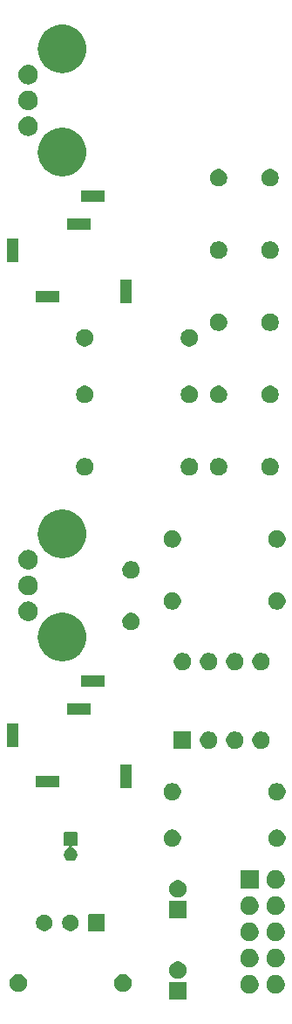
<source format=gbr>
G04 #@! TF.GenerationSoftware,KiCad,Pcbnew,9.0.0*
G04 #@! TF.CreationDate,2025-02-23T16:04:55-07:00*
G04 #@! TF.ProjectId,Noise_Gen_THT,4e6f6973-655f-4476-956e-5f5448542e6b,rev?*
G04 #@! TF.SameCoordinates,Original*
G04 #@! TF.FileFunction,Soldermask,Top*
G04 #@! TF.FilePolarity,Negative*
%FSLAX46Y46*%
G04 Gerber Fmt 4.6, Leading zero omitted, Abs format (unit mm)*
G04 Created by KiCad (PCBNEW 9.0.0) date 2025-02-23 16:04:55*
%MOMM*%
%LPD*%
G01*
G04 APERTURE LIST*
G04 APERTURE END LIST*
G36*
X18853517Y-96942882D02*
G01*
X18870062Y-96953938D01*
X18881118Y-96970483D01*
X18885000Y-96990000D01*
X18885000Y-98590000D01*
X18881118Y-98609517D01*
X18870062Y-98626062D01*
X18853517Y-98637118D01*
X18834000Y-98641000D01*
X17234000Y-98641000D01*
X17214483Y-98637118D01*
X17197938Y-98626062D01*
X17186882Y-98609517D01*
X17183000Y-98590000D01*
X17183000Y-96990000D01*
X17186882Y-96970483D01*
X17197938Y-96953938D01*
X17214483Y-96942882D01*
X17234000Y-96939000D01*
X18834000Y-96939000D01*
X18853517Y-96942882D01*
G37*
G36*
X25261546Y-96297797D02*
G01*
X25424728Y-96365389D01*
X25571588Y-96463518D01*
X25696482Y-96588412D01*
X25794611Y-96735272D01*
X25862203Y-96898454D01*
X25896661Y-97071687D01*
X25896661Y-97248313D01*
X25862203Y-97421546D01*
X25794611Y-97584728D01*
X25696482Y-97731588D01*
X25571588Y-97856482D01*
X25424728Y-97954611D01*
X25261546Y-98022203D01*
X25088313Y-98056661D01*
X24911687Y-98056661D01*
X24738454Y-98022203D01*
X24575272Y-97954611D01*
X24428412Y-97856482D01*
X24303518Y-97731588D01*
X24205389Y-97584728D01*
X24137797Y-97421546D01*
X24103339Y-97248313D01*
X24103339Y-97071687D01*
X24137797Y-96898454D01*
X24205389Y-96735272D01*
X24303518Y-96588412D01*
X24428412Y-96463518D01*
X24575272Y-96365389D01*
X24738454Y-96297797D01*
X24911687Y-96263339D01*
X25088313Y-96263339D01*
X25261546Y-96297797D01*
G37*
G36*
X27801546Y-96297797D02*
G01*
X27964728Y-96365389D01*
X28111588Y-96463518D01*
X28236482Y-96588412D01*
X28334611Y-96735272D01*
X28402203Y-96898454D01*
X28436661Y-97071687D01*
X28436661Y-97248313D01*
X28402203Y-97421546D01*
X28334611Y-97584728D01*
X28236482Y-97731588D01*
X28111588Y-97856482D01*
X27964728Y-97954611D01*
X27801546Y-98022203D01*
X27628313Y-98056661D01*
X27451687Y-98056661D01*
X27278454Y-98022203D01*
X27115272Y-97954611D01*
X26968412Y-97856482D01*
X26843518Y-97731588D01*
X26745389Y-97584728D01*
X26677797Y-97421546D01*
X26643339Y-97248313D01*
X26643339Y-97071687D01*
X26677797Y-96898454D01*
X26745389Y-96735272D01*
X26843518Y-96588412D01*
X26968412Y-96463518D01*
X27115272Y-96365389D01*
X27278454Y-96297797D01*
X27451687Y-96263339D01*
X27628313Y-96263339D01*
X27801546Y-96297797D01*
G37*
G36*
X2787032Y-96213644D02*
G01*
X2941159Y-96277485D01*
X3079869Y-96370168D01*
X3197832Y-96488131D01*
X3290515Y-96626841D01*
X3354356Y-96780968D01*
X3386902Y-96944587D01*
X3386902Y-97111413D01*
X3354356Y-97275032D01*
X3290515Y-97429159D01*
X3197832Y-97567869D01*
X3079869Y-97685832D01*
X2941159Y-97778515D01*
X2787032Y-97842356D01*
X2623413Y-97874902D01*
X2456587Y-97874902D01*
X2292968Y-97842356D01*
X2138841Y-97778515D01*
X2000131Y-97685832D01*
X1882168Y-97567869D01*
X1789485Y-97429159D01*
X1725644Y-97275032D01*
X1693098Y-97111413D01*
X1693098Y-96944587D01*
X1725644Y-96780968D01*
X1789485Y-96626841D01*
X1882168Y-96488131D01*
X2000131Y-96370168D01*
X2138841Y-96277485D01*
X2292968Y-96213644D01*
X2456587Y-96181098D01*
X2623413Y-96181098D01*
X2787032Y-96213644D01*
G37*
G36*
X12947032Y-96213644D02*
G01*
X13101159Y-96277485D01*
X13239869Y-96370168D01*
X13357832Y-96488131D01*
X13450515Y-96626841D01*
X13514356Y-96780968D01*
X13546902Y-96944587D01*
X13546902Y-97111413D01*
X13514356Y-97275032D01*
X13450515Y-97429159D01*
X13357832Y-97567869D01*
X13239869Y-97685832D01*
X13101159Y-97778515D01*
X12947032Y-97842356D01*
X12783413Y-97874902D01*
X12616587Y-97874902D01*
X12452968Y-97842356D01*
X12298841Y-97778515D01*
X12160131Y-97685832D01*
X12042168Y-97567869D01*
X11949485Y-97429159D01*
X11885644Y-97275032D01*
X11853098Y-97111413D01*
X11853098Y-96944587D01*
X11885644Y-96780968D01*
X11949485Y-96626841D01*
X12042168Y-96488131D01*
X12160131Y-96370168D01*
X12298841Y-96277485D01*
X12452968Y-96213644D01*
X12616587Y-96181098D01*
X12783413Y-96181098D01*
X12947032Y-96213644D01*
G37*
G36*
X18281032Y-94975644D02*
G01*
X18435159Y-95039485D01*
X18573869Y-95132168D01*
X18691832Y-95250131D01*
X18784515Y-95388841D01*
X18848356Y-95542968D01*
X18880902Y-95706587D01*
X18880902Y-95873413D01*
X18848356Y-96037032D01*
X18784515Y-96191159D01*
X18691832Y-96329869D01*
X18573869Y-96447832D01*
X18435159Y-96540515D01*
X18281032Y-96604356D01*
X18117413Y-96636902D01*
X17950587Y-96636902D01*
X17786968Y-96604356D01*
X17632841Y-96540515D01*
X17494131Y-96447832D01*
X17376168Y-96329869D01*
X17283485Y-96191159D01*
X17219644Y-96037032D01*
X17187098Y-95873413D01*
X17187098Y-95706587D01*
X17219644Y-95542968D01*
X17283485Y-95388841D01*
X17376168Y-95250131D01*
X17494131Y-95132168D01*
X17632841Y-95039485D01*
X17786968Y-94975644D01*
X17950587Y-94943098D01*
X18117413Y-94943098D01*
X18281032Y-94975644D01*
G37*
G36*
X25261546Y-93757797D02*
G01*
X25424728Y-93825389D01*
X25571588Y-93923518D01*
X25696482Y-94048412D01*
X25794611Y-94195272D01*
X25862203Y-94358454D01*
X25896661Y-94531687D01*
X25896661Y-94708313D01*
X25862203Y-94881546D01*
X25794611Y-95044728D01*
X25696482Y-95191588D01*
X25571588Y-95316482D01*
X25424728Y-95414611D01*
X25261546Y-95482203D01*
X25088313Y-95516661D01*
X24911687Y-95516661D01*
X24738454Y-95482203D01*
X24575272Y-95414611D01*
X24428412Y-95316482D01*
X24303518Y-95191588D01*
X24205389Y-95044728D01*
X24137797Y-94881546D01*
X24103339Y-94708313D01*
X24103339Y-94531687D01*
X24137797Y-94358454D01*
X24205389Y-94195272D01*
X24303518Y-94048412D01*
X24428412Y-93923518D01*
X24575272Y-93825389D01*
X24738454Y-93757797D01*
X24911687Y-93723339D01*
X25088313Y-93723339D01*
X25261546Y-93757797D01*
G37*
G36*
X27801546Y-93757797D02*
G01*
X27964728Y-93825389D01*
X28111588Y-93923518D01*
X28236482Y-94048412D01*
X28334611Y-94195272D01*
X28402203Y-94358454D01*
X28436661Y-94531687D01*
X28436661Y-94708313D01*
X28402203Y-94881546D01*
X28334611Y-95044728D01*
X28236482Y-95191588D01*
X28111588Y-95316482D01*
X27964728Y-95414611D01*
X27801546Y-95482203D01*
X27628313Y-95516661D01*
X27451687Y-95516661D01*
X27278454Y-95482203D01*
X27115272Y-95414611D01*
X26968412Y-95316482D01*
X26843518Y-95191588D01*
X26745389Y-95044728D01*
X26677797Y-94881546D01*
X26643339Y-94708313D01*
X26643339Y-94531687D01*
X26677797Y-94358454D01*
X26745389Y-94195272D01*
X26843518Y-94048412D01*
X26968412Y-93923518D01*
X27115272Y-93825389D01*
X27278454Y-93757797D01*
X27451687Y-93723339D01*
X27628313Y-93723339D01*
X27801546Y-93757797D01*
G37*
G36*
X25261546Y-91217797D02*
G01*
X25424728Y-91285389D01*
X25571588Y-91383518D01*
X25696482Y-91508412D01*
X25794611Y-91655272D01*
X25862203Y-91818454D01*
X25896661Y-91991687D01*
X25896661Y-92168313D01*
X25862203Y-92341546D01*
X25794611Y-92504728D01*
X25696482Y-92651588D01*
X25571588Y-92776482D01*
X25424728Y-92874611D01*
X25261546Y-92942203D01*
X25088313Y-92976661D01*
X24911687Y-92976661D01*
X24738454Y-92942203D01*
X24575272Y-92874611D01*
X24428412Y-92776482D01*
X24303518Y-92651588D01*
X24205389Y-92504728D01*
X24137797Y-92341546D01*
X24103339Y-92168313D01*
X24103339Y-91991687D01*
X24137797Y-91818454D01*
X24205389Y-91655272D01*
X24303518Y-91508412D01*
X24428412Y-91383518D01*
X24575272Y-91285389D01*
X24738454Y-91217797D01*
X24911687Y-91183339D01*
X25088313Y-91183339D01*
X25261546Y-91217797D01*
G37*
G36*
X27801546Y-91217797D02*
G01*
X27964728Y-91285389D01*
X28111588Y-91383518D01*
X28236482Y-91508412D01*
X28334611Y-91655272D01*
X28402203Y-91818454D01*
X28436661Y-91991687D01*
X28436661Y-92168313D01*
X28402203Y-92341546D01*
X28334611Y-92504728D01*
X28236482Y-92651588D01*
X28111588Y-92776482D01*
X27964728Y-92874611D01*
X27801546Y-92942203D01*
X27628313Y-92976661D01*
X27451687Y-92976661D01*
X27278454Y-92942203D01*
X27115272Y-92874611D01*
X26968412Y-92776482D01*
X26843518Y-92651588D01*
X26745389Y-92504728D01*
X26677797Y-92341546D01*
X26643339Y-92168313D01*
X26643339Y-91991687D01*
X26677797Y-91818454D01*
X26745389Y-91655272D01*
X26843518Y-91508412D01*
X26968412Y-91383518D01*
X27115272Y-91285389D01*
X27278454Y-91217797D01*
X27451687Y-91183339D01*
X27628313Y-91183339D01*
X27801546Y-91217797D01*
G37*
G36*
X10939517Y-90378882D02*
G01*
X10956062Y-90389938D01*
X10967118Y-90406483D01*
X10971000Y-90426000D01*
X10971000Y-91946000D01*
X10967118Y-91965517D01*
X10956062Y-91982062D01*
X10939517Y-91993118D01*
X10920000Y-91997000D01*
X9400000Y-91997000D01*
X9380483Y-91993118D01*
X9363938Y-91982062D01*
X9352882Y-91965517D01*
X9349000Y-91946000D01*
X9349000Y-90426000D01*
X9352882Y-90406483D01*
X9363938Y-90389938D01*
X9380483Y-90378882D01*
X9400000Y-90375000D01*
X10920000Y-90375000D01*
X10939517Y-90378882D01*
G37*
G36*
X5315421Y-90409921D02*
G01*
X5462303Y-90470762D01*
X5594493Y-90559089D01*
X5706911Y-90671507D01*
X5795238Y-90803697D01*
X5856079Y-90950579D01*
X5887095Y-91106508D01*
X5887095Y-91265492D01*
X5856079Y-91421421D01*
X5795238Y-91568303D01*
X5706911Y-91700493D01*
X5594493Y-91812911D01*
X5462303Y-91901238D01*
X5315421Y-91962079D01*
X5159492Y-91993095D01*
X5000508Y-91993095D01*
X4844579Y-91962079D01*
X4697697Y-91901238D01*
X4565507Y-91812911D01*
X4453089Y-91700493D01*
X4364762Y-91568303D01*
X4303921Y-91421421D01*
X4272905Y-91265492D01*
X4272905Y-91106508D01*
X4303921Y-90950579D01*
X4364762Y-90803697D01*
X4453089Y-90671507D01*
X4565507Y-90559089D01*
X4697697Y-90470762D01*
X4844579Y-90409921D01*
X5000508Y-90378905D01*
X5159492Y-90378905D01*
X5315421Y-90409921D01*
G37*
G36*
X7855421Y-90409921D02*
G01*
X8002303Y-90470762D01*
X8134493Y-90559089D01*
X8246911Y-90671507D01*
X8335238Y-90803697D01*
X8396079Y-90950579D01*
X8427095Y-91106508D01*
X8427095Y-91265492D01*
X8396079Y-91421421D01*
X8335238Y-91568303D01*
X8246911Y-91700493D01*
X8134493Y-91812911D01*
X8002303Y-91901238D01*
X7855421Y-91962079D01*
X7699492Y-91993095D01*
X7540508Y-91993095D01*
X7384579Y-91962079D01*
X7237697Y-91901238D01*
X7105507Y-91812911D01*
X6993089Y-91700493D01*
X6904762Y-91568303D01*
X6843921Y-91421421D01*
X6812905Y-91265492D01*
X6812905Y-91106508D01*
X6843921Y-90950579D01*
X6904762Y-90803697D01*
X6993089Y-90671507D01*
X7105507Y-90559089D01*
X7237697Y-90470762D01*
X7384579Y-90409921D01*
X7540508Y-90378905D01*
X7699492Y-90378905D01*
X7855421Y-90409921D01*
G37*
G36*
X18853517Y-89068882D02*
G01*
X18870062Y-89079938D01*
X18881118Y-89096483D01*
X18885000Y-89116000D01*
X18885000Y-90716000D01*
X18881118Y-90735517D01*
X18870062Y-90752062D01*
X18853517Y-90763118D01*
X18834000Y-90767000D01*
X17234000Y-90767000D01*
X17214483Y-90763118D01*
X17197938Y-90752062D01*
X17186882Y-90735517D01*
X17183000Y-90716000D01*
X17183000Y-89116000D01*
X17186882Y-89096483D01*
X17197938Y-89079938D01*
X17214483Y-89068882D01*
X17234000Y-89065000D01*
X18834000Y-89065000D01*
X18853517Y-89068882D01*
G37*
G36*
X25261546Y-88677797D02*
G01*
X25424728Y-88745389D01*
X25571588Y-88843518D01*
X25696482Y-88968412D01*
X25794611Y-89115272D01*
X25862203Y-89278454D01*
X25896661Y-89451687D01*
X25896661Y-89628313D01*
X25862203Y-89801546D01*
X25794611Y-89964728D01*
X25696482Y-90111588D01*
X25571588Y-90236482D01*
X25424728Y-90334611D01*
X25261546Y-90402203D01*
X25088313Y-90436661D01*
X24911687Y-90436661D01*
X24738454Y-90402203D01*
X24575272Y-90334611D01*
X24428412Y-90236482D01*
X24303518Y-90111588D01*
X24205389Y-89964728D01*
X24137797Y-89801546D01*
X24103339Y-89628313D01*
X24103339Y-89451687D01*
X24137797Y-89278454D01*
X24205389Y-89115272D01*
X24303518Y-88968412D01*
X24428412Y-88843518D01*
X24575272Y-88745389D01*
X24738454Y-88677797D01*
X24911687Y-88643339D01*
X25088313Y-88643339D01*
X25261546Y-88677797D01*
G37*
G36*
X27801546Y-88677797D02*
G01*
X27964728Y-88745389D01*
X28111588Y-88843518D01*
X28236482Y-88968412D01*
X28334611Y-89115272D01*
X28402203Y-89278454D01*
X28436661Y-89451687D01*
X28436661Y-89628313D01*
X28402203Y-89801546D01*
X28334611Y-89964728D01*
X28236482Y-90111588D01*
X28111588Y-90236482D01*
X27964728Y-90334611D01*
X27801546Y-90402203D01*
X27628313Y-90436661D01*
X27451687Y-90436661D01*
X27278454Y-90402203D01*
X27115272Y-90334611D01*
X26968412Y-90236482D01*
X26843518Y-90111588D01*
X26745389Y-89964728D01*
X26677797Y-89801546D01*
X26643339Y-89628313D01*
X26643339Y-89451687D01*
X26677797Y-89278454D01*
X26745389Y-89115272D01*
X26843518Y-88968412D01*
X26968412Y-88843518D01*
X27115272Y-88745389D01*
X27278454Y-88677797D01*
X27451687Y-88643339D01*
X27628313Y-88643339D01*
X27801546Y-88677797D01*
G37*
G36*
X18281032Y-87101644D02*
G01*
X18435159Y-87165485D01*
X18573869Y-87258168D01*
X18691832Y-87376131D01*
X18784515Y-87514841D01*
X18848356Y-87668968D01*
X18880902Y-87832587D01*
X18880902Y-87999413D01*
X18848356Y-88163032D01*
X18784515Y-88317159D01*
X18691832Y-88455869D01*
X18573869Y-88573832D01*
X18435159Y-88666515D01*
X18281032Y-88730356D01*
X18117413Y-88762902D01*
X17950587Y-88762902D01*
X17786968Y-88730356D01*
X17632841Y-88666515D01*
X17494131Y-88573832D01*
X17376168Y-88455869D01*
X17283485Y-88317159D01*
X17219644Y-88163032D01*
X17187098Y-87999413D01*
X17187098Y-87832587D01*
X17219644Y-87668968D01*
X17283485Y-87514841D01*
X17376168Y-87376131D01*
X17494131Y-87258168D01*
X17632841Y-87165485D01*
X17786968Y-87101644D01*
X17950587Y-87069098D01*
X18117413Y-87069098D01*
X18281032Y-87101644D01*
G37*
G36*
X25869517Y-86102882D02*
G01*
X25886062Y-86113938D01*
X25897118Y-86130483D01*
X25901000Y-86150000D01*
X25901000Y-87850000D01*
X25897118Y-87869517D01*
X25886062Y-87886062D01*
X25869517Y-87897118D01*
X25850000Y-87901000D01*
X24150000Y-87901000D01*
X24130483Y-87897118D01*
X24113938Y-87886062D01*
X24102882Y-87869517D01*
X24099000Y-87850000D01*
X24099000Y-86150000D01*
X24102882Y-86130483D01*
X24113938Y-86113938D01*
X24130483Y-86102882D01*
X24150000Y-86099000D01*
X25850000Y-86099000D01*
X25869517Y-86102882D01*
G37*
G36*
X27801546Y-86137797D02*
G01*
X27964728Y-86205389D01*
X28111588Y-86303518D01*
X28236482Y-86428412D01*
X28334611Y-86575272D01*
X28402203Y-86738454D01*
X28436661Y-86911687D01*
X28436661Y-87088313D01*
X28402203Y-87261546D01*
X28334611Y-87424728D01*
X28236482Y-87571588D01*
X28111588Y-87696482D01*
X27964728Y-87794611D01*
X27801546Y-87862203D01*
X27628313Y-87896661D01*
X27451687Y-87896661D01*
X27278454Y-87862203D01*
X27115272Y-87794611D01*
X26968412Y-87696482D01*
X26843518Y-87571588D01*
X26745389Y-87424728D01*
X26677797Y-87261546D01*
X26643339Y-87088313D01*
X26643339Y-86911687D01*
X26677797Y-86738454D01*
X26745389Y-86575272D01*
X26843518Y-86428412D01*
X26968412Y-86303518D01*
X27115272Y-86205389D01*
X27278454Y-86137797D01*
X27451687Y-86103339D01*
X27628313Y-86103339D01*
X27801546Y-86137797D01*
G37*
G36*
X8239517Y-82410882D02*
G01*
X8256062Y-82421938D01*
X8267118Y-82438483D01*
X8271000Y-82458000D01*
X8271000Y-83658000D01*
X8267118Y-83677517D01*
X8256062Y-83694062D01*
X8239517Y-83705118D01*
X8220000Y-83709000D01*
X7787540Y-83709000D01*
X7747514Y-83910224D01*
X7805954Y-83934431D01*
X7808975Y-83935032D01*
X7926879Y-83983869D01*
X8032990Y-84054770D01*
X8123230Y-84145010D01*
X8194131Y-84251121D01*
X8242968Y-84369025D01*
X8267865Y-84494191D01*
X8267865Y-84621809D01*
X8242968Y-84746975D01*
X8194131Y-84864879D01*
X8123230Y-84970990D01*
X8032990Y-85061230D01*
X7926879Y-85132131D01*
X7808975Y-85180968D01*
X7683809Y-85205865D01*
X7556191Y-85205865D01*
X7431025Y-85180968D01*
X7313121Y-85132131D01*
X7207010Y-85061230D01*
X7116770Y-84970990D01*
X7045869Y-84864879D01*
X6997032Y-84746975D01*
X6972135Y-84621809D01*
X6972135Y-84494191D01*
X6997032Y-84369025D01*
X7045869Y-84251121D01*
X7116770Y-84145010D01*
X7207010Y-84054770D01*
X7313121Y-83983869D01*
X7431025Y-83935032D01*
X7434039Y-83934432D01*
X7492485Y-83910223D01*
X7452457Y-83709000D01*
X7020000Y-83709000D01*
X7000483Y-83705118D01*
X6983938Y-83694062D01*
X6972882Y-83677517D01*
X6969000Y-83658000D01*
X6969000Y-82458000D01*
X6972882Y-82438483D01*
X6983938Y-82421938D01*
X7000483Y-82410882D01*
X7020000Y-82407000D01*
X8220000Y-82407000D01*
X8239517Y-82410882D01*
G37*
G36*
X17747032Y-82185644D02*
G01*
X17901159Y-82249485D01*
X18039869Y-82342168D01*
X18157832Y-82460131D01*
X18250515Y-82598841D01*
X18314356Y-82752968D01*
X18346902Y-82916587D01*
X18346902Y-83083413D01*
X18314356Y-83247032D01*
X18250515Y-83401159D01*
X18157832Y-83539869D01*
X18039869Y-83657832D01*
X17901159Y-83750515D01*
X17747032Y-83814356D01*
X17583413Y-83846902D01*
X17416587Y-83846902D01*
X17252968Y-83814356D01*
X17098841Y-83750515D01*
X16960131Y-83657832D01*
X16842168Y-83539869D01*
X16749485Y-83401159D01*
X16685644Y-83247032D01*
X16653098Y-83083413D01*
X16653098Y-82916587D01*
X16685644Y-82752968D01*
X16749485Y-82598841D01*
X16842168Y-82460131D01*
X16960131Y-82342168D01*
X17098841Y-82249485D01*
X17252968Y-82185644D01*
X17416587Y-82153098D01*
X17583413Y-82153098D01*
X17747032Y-82185644D01*
G37*
G36*
X27907032Y-82185644D02*
G01*
X28061159Y-82249485D01*
X28199869Y-82342168D01*
X28317832Y-82460131D01*
X28410515Y-82598841D01*
X28474356Y-82752968D01*
X28506902Y-82916587D01*
X28506902Y-83083413D01*
X28474356Y-83247032D01*
X28410515Y-83401159D01*
X28317832Y-83539869D01*
X28199869Y-83657832D01*
X28061159Y-83750515D01*
X27907032Y-83814356D01*
X27743413Y-83846902D01*
X27576587Y-83846902D01*
X27412968Y-83814356D01*
X27258841Y-83750515D01*
X27120131Y-83657832D01*
X27002168Y-83539869D01*
X26909485Y-83401159D01*
X26845644Y-83247032D01*
X26813098Y-83083413D01*
X26813098Y-82916587D01*
X26845644Y-82752968D01*
X26909485Y-82598841D01*
X27002168Y-82460131D01*
X27120131Y-82342168D01*
X27258841Y-82249485D01*
X27412968Y-82185644D01*
X27576587Y-82153098D01*
X27743413Y-82153098D01*
X27907032Y-82185644D01*
G37*
G36*
X17747032Y-77685644D02*
G01*
X17901159Y-77749485D01*
X18039869Y-77842168D01*
X18157832Y-77960131D01*
X18250515Y-78098841D01*
X18314356Y-78252968D01*
X18346902Y-78416587D01*
X18346902Y-78583413D01*
X18314356Y-78747032D01*
X18250515Y-78901159D01*
X18157832Y-79039869D01*
X18039869Y-79157832D01*
X17901159Y-79250515D01*
X17747032Y-79314356D01*
X17583413Y-79346902D01*
X17416587Y-79346902D01*
X17252968Y-79314356D01*
X17098841Y-79250515D01*
X16960131Y-79157832D01*
X16842168Y-79039869D01*
X16749485Y-78901159D01*
X16685644Y-78747032D01*
X16653098Y-78583413D01*
X16653098Y-78416587D01*
X16685644Y-78252968D01*
X16749485Y-78098841D01*
X16842168Y-77960131D01*
X16960131Y-77842168D01*
X17098841Y-77749485D01*
X17252968Y-77685644D01*
X17416587Y-77653098D01*
X17583413Y-77653098D01*
X17747032Y-77685644D01*
G37*
G36*
X27907032Y-77685644D02*
G01*
X28061159Y-77749485D01*
X28199869Y-77842168D01*
X28317832Y-77960131D01*
X28410515Y-78098841D01*
X28474356Y-78252968D01*
X28506902Y-78416587D01*
X28506902Y-78583413D01*
X28474356Y-78747032D01*
X28410515Y-78901159D01*
X28317832Y-79039869D01*
X28199869Y-79157832D01*
X28061159Y-79250515D01*
X27907032Y-79314356D01*
X27743413Y-79346902D01*
X27576587Y-79346902D01*
X27412968Y-79314356D01*
X27258841Y-79250515D01*
X27120131Y-79157832D01*
X27002168Y-79039869D01*
X26909485Y-78901159D01*
X26845644Y-78747032D01*
X26813098Y-78583413D01*
X26813098Y-78416587D01*
X26845644Y-78252968D01*
X26909485Y-78098841D01*
X27002168Y-77960131D01*
X27120131Y-77842168D01*
X27258841Y-77749485D01*
X27412968Y-77685644D01*
X27576587Y-77653098D01*
X27743413Y-77653098D01*
X27907032Y-77685644D01*
G37*
G36*
X13519517Y-75852882D02*
G01*
X13536062Y-75863938D01*
X13547118Y-75880483D01*
X13551000Y-75900000D01*
X13551000Y-78100000D01*
X13547118Y-78119517D01*
X13536062Y-78136062D01*
X13519517Y-78147118D01*
X13500000Y-78151000D01*
X12500000Y-78151000D01*
X12480483Y-78147118D01*
X12463938Y-78136062D01*
X12452882Y-78119517D01*
X12449000Y-78100000D01*
X12449000Y-75900000D01*
X12452882Y-75880483D01*
X12463938Y-75863938D01*
X12480483Y-75852882D01*
X12500000Y-75849000D01*
X13500000Y-75849000D01*
X13519517Y-75852882D01*
G37*
G36*
X6519517Y-76952882D02*
G01*
X6536062Y-76963938D01*
X6547118Y-76980483D01*
X6551000Y-77000000D01*
X6551000Y-78000000D01*
X6547118Y-78019517D01*
X6536062Y-78036062D01*
X6519517Y-78047118D01*
X6500000Y-78051000D01*
X4300000Y-78051000D01*
X4280483Y-78047118D01*
X4263938Y-78036062D01*
X4252882Y-78019517D01*
X4249000Y-78000000D01*
X4249000Y-77000000D01*
X4252882Y-76980483D01*
X4263938Y-76963938D01*
X4280483Y-76952882D01*
X4300000Y-76949000D01*
X6500000Y-76949000D01*
X6519517Y-76952882D01*
G37*
G36*
X19319517Y-72652882D02*
G01*
X19336062Y-72663938D01*
X19347118Y-72680483D01*
X19351000Y-72700000D01*
X19351000Y-74300000D01*
X19347118Y-74319517D01*
X19336062Y-74336062D01*
X19319517Y-74347118D01*
X19300000Y-74351000D01*
X17700000Y-74351000D01*
X17680483Y-74347118D01*
X17663938Y-74336062D01*
X17652882Y-74319517D01*
X17649000Y-74300000D01*
X17649000Y-72700000D01*
X17652882Y-72680483D01*
X17663938Y-72663938D01*
X17680483Y-72652882D01*
X17700000Y-72649000D01*
X19300000Y-72649000D01*
X19319517Y-72652882D01*
G37*
G36*
X21287032Y-72685644D02*
G01*
X21441159Y-72749485D01*
X21579869Y-72842168D01*
X21697832Y-72960131D01*
X21790515Y-73098841D01*
X21854356Y-73252968D01*
X21886902Y-73416587D01*
X21886902Y-73583413D01*
X21854356Y-73747032D01*
X21790515Y-73901159D01*
X21697832Y-74039869D01*
X21579869Y-74157832D01*
X21441159Y-74250515D01*
X21287032Y-74314356D01*
X21123413Y-74346902D01*
X20956587Y-74346902D01*
X20792968Y-74314356D01*
X20638841Y-74250515D01*
X20500131Y-74157832D01*
X20382168Y-74039869D01*
X20289485Y-73901159D01*
X20225644Y-73747032D01*
X20193098Y-73583413D01*
X20193098Y-73416587D01*
X20225644Y-73252968D01*
X20289485Y-73098841D01*
X20382168Y-72960131D01*
X20500131Y-72842168D01*
X20638841Y-72749485D01*
X20792968Y-72685644D01*
X20956587Y-72653098D01*
X21123413Y-72653098D01*
X21287032Y-72685644D01*
G37*
G36*
X23827032Y-72685644D02*
G01*
X23981159Y-72749485D01*
X24119869Y-72842168D01*
X24237832Y-72960131D01*
X24330515Y-73098841D01*
X24394356Y-73252968D01*
X24426902Y-73416587D01*
X24426902Y-73583413D01*
X24394356Y-73747032D01*
X24330515Y-73901159D01*
X24237832Y-74039869D01*
X24119869Y-74157832D01*
X23981159Y-74250515D01*
X23827032Y-74314356D01*
X23663413Y-74346902D01*
X23496587Y-74346902D01*
X23332968Y-74314356D01*
X23178841Y-74250515D01*
X23040131Y-74157832D01*
X22922168Y-74039869D01*
X22829485Y-73901159D01*
X22765644Y-73747032D01*
X22733098Y-73583413D01*
X22733098Y-73416587D01*
X22765644Y-73252968D01*
X22829485Y-73098841D01*
X22922168Y-72960131D01*
X23040131Y-72842168D01*
X23178841Y-72749485D01*
X23332968Y-72685644D01*
X23496587Y-72653098D01*
X23663413Y-72653098D01*
X23827032Y-72685644D01*
G37*
G36*
X26367032Y-72685644D02*
G01*
X26521159Y-72749485D01*
X26659869Y-72842168D01*
X26777832Y-72960131D01*
X26870515Y-73098841D01*
X26934356Y-73252968D01*
X26966902Y-73416587D01*
X26966902Y-73583413D01*
X26934356Y-73747032D01*
X26870515Y-73901159D01*
X26777832Y-74039869D01*
X26659869Y-74157832D01*
X26521159Y-74250515D01*
X26367032Y-74314356D01*
X26203413Y-74346902D01*
X26036587Y-74346902D01*
X25872968Y-74314356D01*
X25718841Y-74250515D01*
X25580131Y-74157832D01*
X25462168Y-74039869D01*
X25369485Y-73901159D01*
X25305644Y-73747032D01*
X25273098Y-73583413D01*
X25273098Y-73416587D01*
X25305644Y-73252968D01*
X25369485Y-73098841D01*
X25462168Y-72960131D01*
X25580131Y-72842168D01*
X25718841Y-72749485D01*
X25872968Y-72685644D01*
X26036587Y-72653098D01*
X26203413Y-72653098D01*
X26367032Y-72685644D01*
G37*
G36*
X2519517Y-71852882D02*
G01*
X2536062Y-71863938D01*
X2547118Y-71880483D01*
X2551000Y-71900000D01*
X2551000Y-74100000D01*
X2547118Y-74119517D01*
X2536062Y-74136062D01*
X2519517Y-74147118D01*
X2500000Y-74151000D01*
X1500000Y-74151000D01*
X1480483Y-74147118D01*
X1463938Y-74136062D01*
X1452882Y-74119517D01*
X1449000Y-74100000D01*
X1449000Y-71900000D01*
X1452882Y-71880483D01*
X1463938Y-71863938D01*
X1480483Y-71852882D01*
X1500000Y-71849000D01*
X2500000Y-71849000D01*
X2519517Y-71852882D01*
G37*
G36*
X9519517Y-69952882D02*
G01*
X9536062Y-69963938D01*
X9547118Y-69980483D01*
X9551000Y-70000000D01*
X9551000Y-71000000D01*
X9547118Y-71019517D01*
X9536062Y-71036062D01*
X9519517Y-71047118D01*
X9500000Y-71051000D01*
X7300000Y-71051000D01*
X7280483Y-71047118D01*
X7263938Y-71036062D01*
X7252882Y-71019517D01*
X7249000Y-71000000D01*
X7249000Y-70000000D01*
X7252882Y-69980483D01*
X7263938Y-69963938D01*
X7280483Y-69952882D01*
X7300000Y-69949000D01*
X9500000Y-69949000D01*
X9519517Y-69952882D01*
G37*
G36*
X10919517Y-67252882D02*
G01*
X10936062Y-67263938D01*
X10947118Y-67280483D01*
X10951000Y-67300000D01*
X10951000Y-68300000D01*
X10947118Y-68319517D01*
X10936062Y-68336062D01*
X10919517Y-68347118D01*
X10900000Y-68351000D01*
X8700000Y-68351000D01*
X8680483Y-68347118D01*
X8663938Y-68336062D01*
X8652882Y-68319517D01*
X8649000Y-68300000D01*
X8649000Y-67300000D01*
X8652882Y-67280483D01*
X8663938Y-67263938D01*
X8680483Y-67252882D01*
X8700000Y-67249000D01*
X10900000Y-67249000D01*
X10919517Y-67252882D01*
G37*
G36*
X18747032Y-65065644D02*
G01*
X18901159Y-65129485D01*
X19039869Y-65222168D01*
X19157832Y-65340131D01*
X19250515Y-65478841D01*
X19314356Y-65632968D01*
X19346902Y-65796587D01*
X19346902Y-65963413D01*
X19314356Y-66127032D01*
X19250515Y-66281159D01*
X19157832Y-66419869D01*
X19039869Y-66537832D01*
X18901159Y-66630515D01*
X18747032Y-66694356D01*
X18583413Y-66726902D01*
X18416587Y-66726902D01*
X18252968Y-66694356D01*
X18098841Y-66630515D01*
X17960131Y-66537832D01*
X17842168Y-66419869D01*
X17749485Y-66281159D01*
X17685644Y-66127032D01*
X17653098Y-65963413D01*
X17653098Y-65796587D01*
X17685644Y-65632968D01*
X17749485Y-65478841D01*
X17842168Y-65340131D01*
X17960131Y-65222168D01*
X18098841Y-65129485D01*
X18252968Y-65065644D01*
X18416587Y-65033098D01*
X18583413Y-65033098D01*
X18747032Y-65065644D01*
G37*
G36*
X21287032Y-65065644D02*
G01*
X21441159Y-65129485D01*
X21579869Y-65222168D01*
X21697832Y-65340131D01*
X21790515Y-65478841D01*
X21854356Y-65632968D01*
X21886902Y-65796587D01*
X21886902Y-65963413D01*
X21854356Y-66127032D01*
X21790515Y-66281159D01*
X21697832Y-66419869D01*
X21579869Y-66537832D01*
X21441159Y-66630515D01*
X21287032Y-66694356D01*
X21123413Y-66726902D01*
X20956587Y-66726902D01*
X20792968Y-66694356D01*
X20638841Y-66630515D01*
X20500131Y-66537832D01*
X20382168Y-66419869D01*
X20289485Y-66281159D01*
X20225644Y-66127032D01*
X20193098Y-65963413D01*
X20193098Y-65796587D01*
X20225644Y-65632968D01*
X20289485Y-65478841D01*
X20382168Y-65340131D01*
X20500131Y-65222168D01*
X20638841Y-65129485D01*
X20792968Y-65065644D01*
X20956587Y-65033098D01*
X21123413Y-65033098D01*
X21287032Y-65065644D01*
G37*
G36*
X23827032Y-65065644D02*
G01*
X23981159Y-65129485D01*
X24119869Y-65222168D01*
X24237832Y-65340131D01*
X24330515Y-65478841D01*
X24394356Y-65632968D01*
X24426902Y-65796587D01*
X24426902Y-65963413D01*
X24394356Y-66127032D01*
X24330515Y-66281159D01*
X24237832Y-66419869D01*
X24119869Y-66537832D01*
X23981159Y-66630515D01*
X23827032Y-66694356D01*
X23663413Y-66726902D01*
X23496587Y-66726902D01*
X23332968Y-66694356D01*
X23178841Y-66630515D01*
X23040131Y-66537832D01*
X22922168Y-66419869D01*
X22829485Y-66281159D01*
X22765644Y-66127032D01*
X22733098Y-65963413D01*
X22733098Y-65796587D01*
X22765644Y-65632968D01*
X22829485Y-65478841D01*
X22922168Y-65340131D01*
X23040131Y-65222168D01*
X23178841Y-65129485D01*
X23332968Y-65065644D01*
X23496587Y-65033098D01*
X23663413Y-65033098D01*
X23827032Y-65065644D01*
G37*
G36*
X26367032Y-65065644D02*
G01*
X26521159Y-65129485D01*
X26659869Y-65222168D01*
X26777832Y-65340131D01*
X26870515Y-65478841D01*
X26934356Y-65632968D01*
X26966902Y-65796587D01*
X26966902Y-65963413D01*
X26934356Y-66127032D01*
X26870515Y-66281159D01*
X26777832Y-66419869D01*
X26659869Y-66537832D01*
X26521159Y-66630515D01*
X26367032Y-66694356D01*
X26203413Y-66726902D01*
X26036587Y-66726902D01*
X25872968Y-66694356D01*
X25718841Y-66630515D01*
X25580131Y-66537832D01*
X25462168Y-66419869D01*
X25369485Y-66281159D01*
X25305644Y-66127032D01*
X25273098Y-65963413D01*
X25273098Y-65796587D01*
X25305644Y-65632968D01*
X25369485Y-65478841D01*
X25462168Y-65340131D01*
X25580131Y-65222168D01*
X25718841Y-65129485D01*
X25872968Y-65065644D01*
X26036587Y-65033098D01*
X26203413Y-65033098D01*
X26367032Y-65065644D01*
G37*
G36*
X6941920Y-61154034D02*
G01*
X6953763Y-61154034D01*
X7024053Y-61163287D01*
X7193772Y-61182410D01*
X7227124Y-61190022D01*
X7258657Y-61194174D01*
X7335379Y-61214731D01*
X7450782Y-61241072D01*
X7506678Y-61260630D01*
X7555704Y-61273767D01*
X7618194Y-61299651D01*
X7699617Y-61328142D01*
X7777336Y-61365569D01*
X7839821Y-61391452D01*
X7883773Y-61416827D01*
X7937125Y-61442521D01*
X8037338Y-61505489D01*
X8106146Y-61545215D01*
X8131386Y-61564582D01*
X8160341Y-61582776D01*
X8293832Y-61689232D01*
X8350122Y-61732425D01*
X8358501Y-61740804D01*
X8366446Y-61747140D01*
X8552859Y-61933553D01*
X8559194Y-61941497D01*
X8567575Y-61949878D01*
X8610772Y-62006174D01*
X8717223Y-62139658D01*
X8735415Y-62168610D01*
X8754785Y-62193854D01*
X8794515Y-62262668D01*
X8857478Y-62362874D01*
X8883168Y-62416221D01*
X8908548Y-62460179D01*
X8934433Y-62522671D01*
X8971857Y-62600382D01*
X9000344Y-62681795D01*
X9026233Y-62744296D01*
X9039371Y-62793329D01*
X9058927Y-62849217D01*
X9085263Y-62964600D01*
X9105826Y-63041343D01*
X9109978Y-63072883D01*
X9117589Y-63106227D01*
X9136709Y-63275929D01*
X9145966Y-63346237D01*
X9145966Y-63358080D01*
X9147105Y-63368189D01*
X9147105Y-63631810D01*
X9145966Y-63641918D01*
X9145966Y-63653763D01*
X9136709Y-63724076D01*
X9117589Y-63893772D01*
X9109978Y-63927114D01*
X9105826Y-63958657D01*
X9085261Y-64035405D01*
X9058927Y-64150782D01*
X9039372Y-64206665D01*
X9026233Y-64255704D01*
X9000342Y-64318210D01*
X8971857Y-64399617D01*
X8934436Y-64477321D01*
X8908548Y-64539821D01*
X8883166Y-64583783D01*
X8857478Y-64637125D01*
X8794522Y-64737319D01*
X8754785Y-64806146D01*
X8735411Y-64831393D01*
X8717223Y-64860341D01*
X8610793Y-64993799D01*
X8567575Y-65050122D01*
X8559190Y-65058506D01*
X8552859Y-65066446D01*
X8366446Y-65252859D01*
X8358506Y-65259190D01*
X8350122Y-65267575D01*
X8293799Y-65310793D01*
X8160341Y-65417223D01*
X8131393Y-65435411D01*
X8106146Y-65454785D01*
X8037319Y-65494522D01*
X7937125Y-65557478D01*
X7883783Y-65583166D01*
X7839821Y-65608548D01*
X7777321Y-65634436D01*
X7699617Y-65671857D01*
X7618210Y-65700342D01*
X7555704Y-65726233D01*
X7506665Y-65739372D01*
X7450782Y-65758927D01*
X7335405Y-65785261D01*
X7258657Y-65805826D01*
X7227114Y-65809978D01*
X7193772Y-65817589D01*
X7024072Y-65836709D01*
X6953763Y-65845966D01*
X6941920Y-65845966D01*
X6931811Y-65847105D01*
X6668189Y-65847105D01*
X6658080Y-65845966D01*
X6646237Y-65845966D01*
X6575929Y-65836709D01*
X6406227Y-65817589D01*
X6372883Y-65809978D01*
X6341343Y-65805826D01*
X6264600Y-65785263D01*
X6149217Y-65758927D01*
X6093329Y-65739371D01*
X6044296Y-65726233D01*
X5981795Y-65700344D01*
X5900382Y-65671857D01*
X5822671Y-65634433D01*
X5760179Y-65608548D01*
X5716221Y-65583168D01*
X5662874Y-65557478D01*
X5562668Y-65494515D01*
X5493854Y-65454785D01*
X5468610Y-65435415D01*
X5439658Y-65417223D01*
X5306174Y-65310772D01*
X5249878Y-65267575D01*
X5241497Y-65259194D01*
X5233553Y-65252859D01*
X5047140Y-65066446D01*
X5040804Y-65058501D01*
X5032425Y-65050122D01*
X4989232Y-64993832D01*
X4882776Y-64860341D01*
X4864582Y-64831386D01*
X4845215Y-64806146D01*
X4805489Y-64737338D01*
X4742521Y-64637125D01*
X4716827Y-64583773D01*
X4691452Y-64539821D01*
X4665569Y-64477336D01*
X4628142Y-64399617D01*
X4599651Y-64318194D01*
X4573767Y-64255704D01*
X4560630Y-64206678D01*
X4541072Y-64150782D01*
X4514731Y-64035379D01*
X4494174Y-63958657D01*
X4490022Y-63927124D01*
X4482410Y-63893772D01*
X4463288Y-63724057D01*
X4454034Y-63653763D01*
X4454034Y-63641919D01*
X4452895Y-63631810D01*
X4452895Y-63368189D01*
X4454034Y-63358079D01*
X4454034Y-63346237D01*
X4463287Y-63275948D01*
X4482410Y-63106227D01*
X4490023Y-63072872D01*
X4494174Y-63041343D01*
X4514730Y-62964625D01*
X4541072Y-62849217D01*
X4560631Y-62793317D01*
X4573767Y-62744296D01*
X4599649Y-62681810D01*
X4628142Y-62600382D01*
X4665572Y-62522656D01*
X4691452Y-62460179D01*
X4716825Y-62416231D01*
X4742521Y-62362874D01*
X4805496Y-62262648D01*
X4845215Y-62193854D01*
X4864579Y-62168617D01*
X4882776Y-62139658D01*
X4989252Y-62006141D01*
X5032425Y-61949878D01*
X5040800Y-61941502D01*
X5047140Y-61933553D01*
X5233553Y-61747140D01*
X5241502Y-61740800D01*
X5249878Y-61732425D01*
X5306141Y-61689252D01*
X5439658Y-61582776D01*
X5468617Y-61564579D01*
X5493854Y-61545215D01*
X5562648Y-61505496D01*
X5662874Y-61442521D01*
X5716231Y-61416825D01*
X5760179Y-61391452D01*
X5822656Y-61365572D01*
X5900382Y-61328142D01*
X5981810Y-61299649D01*
X6044296Y-61273767D01*
X6093317Y-61260631D01*
X6149217Y-61241072D01*
X6264625Y-61214730D01*
X6341343Y-61194174D01*
X6372872Y-61190023D01*
X6406227Y-61182410D01*
X6575948Y-61163287D01*
X6646237Y-61154034D01*
X6658080Y-61154034D01*
X6668189Y-61152895D01*
X6931811Y-61152895D01*
X6941920Y-61154034D01*
G37*
G36*
X13747032Y-61185644D02*
G01*
X13901159Y-61249485D01*
X14039869Y-61342168D01*
X14157832Y-61460131D01*
X14250515Y-61598841D01*
X14314356Y-61752968D01*
X14346902Y-61916587D01*
X14346902Y-62083413D01*
X14314356Y-62247032D01*
X14250515Y-62401159D01*
X14157832Y-62539869D01*
X14039869Y-62657832D01*
X13901159Y-62750515D01*
X13747032Y-62814356D01*
X13583413Y-62846902D01*
X13416587Y-62846902D01*
X13252968Y-62814356D01*
X13098841Y-62750515D01*
X12960131Y-62657832D01*
X12842168Y-62539869D01*
X12749485Y-62401159D01*
X12685644Y-62247032D01*
X12653098Y-62083413D01*
X12653098Y-61916587D01*
X12685644Y-61752968D01*
X12749485Y-61598841D01*
X12842168Y-61460131D01*
X12960131Y-61342168D01*
X13098841Y-61249485D01*
X13252968Y-61185644D01*
X13416587Y-61153098D01*
X13583413Y-61153098D01*
X13747032Y-61185644D01*
G37*
G36*
X3582553Y-60053579D02*
G01*
X3593214Y-60053579D01*
X3634865Y-60061864D01*
X3721916Y-60075651D01*
X3749918Y-60084749D01*
X3776061Y-60089950D01*
X3812956Y-60105232D01*
X3863784Y-60121748D01*
X3911399Y-60146009D01*
X3948298Y-60161293D01*
X3970463Y-60176103D01*
X3996693Y-60189468D01*
X4067990Y-60241268D01*
X4103308Y-60264867D01*
X4110846Y-60272405D01*
X4117370Y-60277145D01*
X4222854Y-60382629D01*
X4227593Y-60389152D01*
X4235133Y-60396692D01*
X4258734Y-60432014D01*
X4310531Y-60503306D01*
X4323894Y-60529533D01*
X4338707Y-60551702D01*
X4353993Y-60588605D01*
X4378251Y-60636215D01*
X4394764Y-60687035D01*
X4410050Y-60723939D01*
X4415251Y-60750086D01*
X4424348Y-60778083D01*
X4438134Y-60865125D01*
X4446421Y-60906786D01*
X4446421Y-60917447D01*
X4447683Y-60925415D01*
X4447683Y-61074584D01*
X4446421Y-61082551D01*
X4446421Y-61093214D01*
X4438133Y-61134877D01*
X4424348Y-61221916D01*
X4415251Y-61249910D01*
X4410050Y-61276061D01*
X4394762Y-61312968D01*
X4378251Y-61363784D01*
X4353995Y-61411388D01*
X4338707Y-61448298D01*
X4323892Y-61470470D01*
X4310531Y-61496693D01*
X4258742Y-61567973D01*
X4235133Y-61603308D01*
X4227591Y-61610849D01*
X4222854Y-61617370D01*
X4117370Y-61722854D01*
X4110849Y-61727591D01*
X4103308Y-61735133D01*
X4067973Y-61758742D01*
X3996693Y-61810531D01*
X3970470Y-61823892D01*
X3948298Y-61838707D01*
X3911388Y-61853995D01*
X3863784Y-61878251D01*
X3812968Y-61894762D01*
X3776061Y-61910050D01*
X3749910Y-61915251D01*
X3721916Y-61924348D01*
X3634875Y-61938133D01*
X3593214Y-61946421D01*
X3582553Y-61946421D01*
X3574585Y-61947683D01*
X3425415Y-61947683D01*
X3417447Y-61946421D01*
X3406786Y-61946421D01*
X3365125Y-61938134D01*
X3278083Y-61924348D01*
X3250086Y-61915251D01*
X3223939Y-61910050D01*
X3187035Y-61894764D01*
X3136215Y-61878251D01*
X3088605Y-61853993D01*
X3051702Y-61838707D01*
X3029533Y-61823894D01*
X3003306Y-61810531D01*
X2932014Y-61758734D01*
X2896692Y-61735133D01*
X2889152Y-61727593D01*
X2882629Y-61722854D01*
X2777145Y-61617370D01*
X2772405Y-61610846D01*
X2764867Y-61603308D01*
X2741268Y-61567990D01*
X2689468Y-61496693D01*
X2676103Y-61470463D01*
X2661293Y-61448298D01*
X2646009Y-61411399D01*
X2621748Y-61363784D01*
X2605232Y-61312956D01*
X2589950Y-61276061D01*
X2584749Y-61249918D01*
X2575651Y-61221916D01*
X2561864Y-61134867D01*
X2553579Y-61093214D01*
X2553579Y-61082552D01*
X2552317Y-61074584D01*
X2552317Y-60925415D01*
X2553579Y-60917446D01*
X2553579Y-60906786D01*
X2561863Y-60865136D01*
X2575651Y-60778083D01*
X2584750Y-60750078D01*
X2589950Y-60723939D01*
X2605231Y-60687046D01*
X2621748Y-60636215D01*
X2646011Y-60588595D01*
X2661293Y-60551702D01*
X2676101Y-60529539D01*
X2689468Y-60503306D01*
X2741277Y-60431996D01*
X2764867Y-60396692D01*
X2772402Y-60389156D01*
X2777145Y-60382629D01*
X2882629Y-60277145D01*
X2889156Y-60272402D01*
X2896692Y-60264867D01*
X2931996Y-60241277D01*
X3003306Y-60189468D01*
X3029539Y-60176101D01*
X3051702Y-60161293D01*
X3088595Y-60146011D01*
X3136215Y-60121748D01*
X3187046Y-60105231D01*
X3223939Y-60089950D01*
X3250078Y-60084750D01*
X3278083Y-60075651D01*
X3365136Y-60061863D01*
X3406786Y-60053579D01*
X3417447Y-60053579D01*
X3425415Y-60052317D01*
X3574585Y-60052317D01*
X3582553Y-60053579D01*
G37*
G36*
X17747032Y-59185644D02*
G01*
X17901159Y-59249485D01*
X18039869Y-59342168D01*
X18157832Y-59460131D01*
X18250515Y-59598841D01*
X18314356Y-59752968D01*
X18346902Y-59916587D01*
X18346902Y-60083413D01*
X18314356Y-60247032D01*
X18250515Y-60401159D01*
X18157832Y-60539869D01*
X18039869Y-60657832D01*
X17901159Y-60750515D01*
X17747032Y-60814356D01*
X17583413Y-60846902D01*
X17416587Y-60846902D01*
X17252968Y-60814356D01*
X17098841Y-60750515D01*
X16960131Y-60657832D01*
X16842168Y-60539869D01*
X16749485Y-60401159D01*
X16685644Y-60247032D01*
X16653098Y-60083413D01*
X16653098Y-59916587D01*
X16685644Y-59752968D01*
X16749485Y-59598841D01*
X16842168Y-59460131D01*
X16960131Y-59342168D01*
X17098841Y-59249485D01*
X17252968Y-59185644D01*
X17416587Y-59153098D01*
X17583413Y-59153098D01*
X17747032Y-59185644D01*
G37*
G36*
X27907032Y-59185644D02*
G01*
X28061159Y-59249485D01*
X28199869Y-59342168D01*
X28317832Y-59460131D01*
X28410515Y-59598841D01*
X28474356Y-59752968D01*
X28506902Y-59916587D01*
X28506902Y-60083413D01*
X28474356Y-60247032D01*
X28410515Y-60401159D01*
X28317832Y-60539869D01*
X28199869Y-60657832D01*
X28061159Y-60750515D01*
X27907032Y-60814356D01*
X27743413Y-60846902D01*
X27576587Y-60846902D01*
X27412968Y-60814356D01*
X27258841Y-60750515D01*
X27120131Y-60657832D01*
X27002168Y-60539869D01*
X26909485Y-60401159D01*
X26845644Y-60247032D01*
X26813098Y-60083413D01*
X26813098Y-59916587D01*
X26845644Y-59752968D01*
X26909485Y-59598841D01*
X27002168Y-59460131D01*
X27120131Y-59342168D01*
X27258841Y-59249485D01*
X27412968Y-59185644D01*
X27576587Y-59153098D01*
X27743413Y-59153098D01*
X27907032Y-59185644D01*
G37*
G36*
X3582553Y-57553579D02*
G01*
X3593214Y-57553579D01*
X3634865Y-57561864D01*
X3721916Y-57575651D01*
X3749918Y-57584749D01*
X3776061Y-57589950D01*
X3812956Y-57605232D01*
X3863784Y-57621748D01*
X3911399Y-57646009D01*
X3948298Y-57661293D01*
X3970463Y-57676103D01*
X3996693Y-57689468D01*
X4067990Y-57741268D01*
X4103308Y-57764867D01*
X4110846Y-57772405D01*
X4117370Y-57777145D01*
X4222854Y-57882629D01*
X4227593Y-57889152D01*
X4235133Y-57896692D01*
X4258734Y-57932014D01*
X4310531Y-58003306D01*
X4323894Y-58029533D01*
X4338707Y-58051702D01*
X4353993Y-58088605D01*
X4378251Y-58136215D01*
X4394764Y-58187035D01*
X4410050Y-58223939D01*
X4415251Y-58250086D01*
X4424348Y-58278083D01*
X4438134Y-58365125D01*
X4446421Y-58406786D01*
X4446421Y-58417447D01*
X4447683Y-58425415D01*
X4447683Y-58574584D01*
X4446421Y-58582551D01*
X4446421Y-58593214D01*
X4438133Y-58634877D01*
X4424348Y-58721916D01*
X4415251Y-58749910D01*
X4410050Y-58776061D01*
X4394762Y-58812968D01*
X4378251Y-58863784D01*
X4353995Y-58911388D01*
X4338707Y-58948298D01*
X4323892Y-58970470D01*
X4310531Y-58996693D01*
X4258742Y-59067973D01*
X4235133Y-59103308D01*
X4227591Y-59110849D01*
X4222854Y-59117370D01*
X4117370Y-59222854D01*
X4110849Y-59227591D01*
X4103308Y-59235133D01*
X4067973Y-59258742D01*
X3996693Y-59310531D01*
X3970470Y-59323892D01*
X3948298Y-59338707D01*
X3911388Y-59353995D01*
X3863784Y-59378251D01*
X3812968Y-59394762D01*
X3776061Y-59410050D01*
X3749910Y-59415251D01*
X3721916Y-59424348D01*
X3634875Y-59438133D01*
X3593214Y-59446421D01*
X3582553Y-59446421D01*
X3574585Y-59447683D01*
X3425415Y-59447683D01*
X3417447Y-59446421D01*
X3406786Y-59446421D01*
X3365125Y-59438134D01*
X3278083Y-59424348D01*
X3250086Y-59415251D01*
X3223939Y-59410050D01*
X3187035Y-59394764D01*
X3136215Y-59378251D01*
X3088605Y-59353993D01*
X3051702Y-59338707D01*
X3029533Y-59323894D01*
X3003306Y-59310531D01*
X2932014Y-59258734D01*
X2896692Y-59235133D01*
X2889152Y-59227593D01*
X2882629Y-59222854D01*
X2777145Y-59117370D01*
X2772405Y-59110846D01*
X2764867Y-59103308D01*
X2741268Y-59067990D01*
X2689468Y-58996693D01*
X2676103Y-58970463D01*
X2661293Y-58948298D01*
X2646009Y-58911399D01*
X2621748Y-58863784D01*
X2605232Y-58812956D01*
X2589950Y-58776061D01*
X2584749Y-58749918D01*
X2575651Y-58721916D01*
X2561864Y-58634867D01*
X2553579Y-58593214D01*
X2553579Y-58582552D01*
X2552317Y-58574584D01*
X2552317Y-58425415D01*
X2553579Y-58417446D01*
X2553579Y-58406786D01*
X2561863Y-58365136D01*
X2575651Y-58278083D01*
X2584750Y-58250078D01*
X2589950Y-58223939D01*
X2605231Y-58187046D01*
X2621748Y-58136215D01*
X2646011Y-58088595D01*
X2661293Y-58051702D01*
X2676101Y-58029539D01*
X2689468Y-58003306D01*
X2741277Y-57931996D01*
X2764867Y-57896692D01*
X2772402Y-57889156D01*
X2777145Y-57882629D01*
X2882629Y-57777145D01*
X2889156Y-57772402D01*
X2896692Y-57764867D01*
X2931996Y-57741277D01*
X3003306Y-57689468D01*
X3029539Y-57676101D01*
X3051702Y-57661293D01*
X3088595Y-57646011D01*
X3136215Y-57621748D01*
X3187046Y-57605231D01*
X3223939Y-57589950D01*
X3250078Y-57584750D01*
X3278083Y-57575651D01*
X3365136Y-57561863D01*
X3406786Y-57553579D01*
X3417447Y-57553579D01*
X3425415Y-57552317D01*
X3574585Y-57552317D01*
X3582553Y-57553579D01*
G37*
G36*
X13747032Y-56185644D02*
G01*
X13901159Y-56249485D01*
X14039869Y-56342168D01*
X14157832Y-56460131D01*
X14250515Y-56598841D01*
X14314356Y-56752968D01*
X14346902Y-56916587D01*
X14346902Y-57083413D01*
X14314356Y-57247032D01*
X14250515Y-57401159D01*
X14157832Y-57539869D01*
X14039869Y-57657832D01*
X13901159Y-57750515D01*
X13747032Y-57814356D01*
X13583413Y-57846902D01*
X13416587Y-57846902D01*
X13252968Y-57814356D01*
X13098841Y-57750515D01*
X12960131Y-57657832D01*
X12842168Y-57539869D01*
X12749485Y-57401159D01*
X12685644Y-57247032D01*
X12653098Y-57083413D01*
X12653098Y-56916587D01*
X12685644Y-56752968D01*
X12749485Y-56598841D01*
X12842168Y-56460131D01*
X12960131Y-56342168D01*
X13098841Y-56249485D01*
X13252968Y-56185644D01*
X13416587Y-56153098D01*
X13583413Y-56153098D01*
X13747032Y-56185644D01*
G37*
G36*
X3582553Y-55053579D02*
G01*
X3593214Y-55053579D01*
X3634865Y-55061864D01*
X3721916Y-55075651D01*
X3749918Y-55084749D01*
X3776061Y-55089950D01*
X3812956Y-55105232D01*
X3863784Y-55121748D01*
X3911399Y-55146009D01*
X3948298Y-55161293D01*
X3970463Y-55176103D01*
X3996693Y-55189468D01*
X4067990Y-55241268D01*
X4103308Y-55264867D01*
X4110846Y-55272405D01*
X4117370Y-55277145D01*
X4222854Y-55382629D01*
X4227593Y-55389152D01*
X4235133Y-55396692D01*
X4258734Y-55432014D01*
X4310531Y-55503306D01*
X4323894Y-55529533D01*
X4338707Y-55551702D01*
X4353993Y-55588605D01*
X4378251Y-55636215D01*
X4394764Y-55687035D01*
X4410050Y-55723939D01*
X4415251Y-55750086D01*
X4424348Y-55778083D01*
X4438134Y-55865125D01*
X4446421Y-55906786D01*
X4446421Y-55917447D01*
X4447683Y-55925415D01*
X4447683Y-56074584D01*
X4446421Y-56082551D01*
X4446421Y-56093214D01*
X4438133Y-56134877D01*
X4424348Y-56221916D01*
X4415251Y-56249910D01*
X4410050Y-56276061D01*
X4394762Y-56312968D01*
X4378251Y-56363784D01*
X4353995Y-56411388D01*
X4338707Y-56448298D01*
X4323892Y-56470470D01*
X4310531Y-56496693D01*
X4258742Y-56567973D01*
X4235133Y-56603308D01*
X4227591Y-56610849D01*
X4222854Y-56617370D01*
X4117370Y-56722854D01*
X4110849Y-56727591D01*
X4103308Y-56735133D01*
X4067973Y-56758742D01*
X3996693Y-56810531D01*
X3970470Y-56823892D01*
X3948298Y-56838707D01*
X3911388Y-56853995D01*
X3863784Y-56878251D01*
X3812968Y-56894762D01*
X3776061Y-56910050D01*
X3749910Y-56915251D01*
X3721916Y-56924348D01*
X3634875Y-56938133D01*
X3593214Y-56946421D01*
X3582553Y-56946421D01*
X3574585Y-56947683D01*
X3425415Y-56947683D01*
X3417447Y-56946421D01*
X3406786Y-56946421D01*
X3365125Y-56938134D01*
X3278083Y-56924348D01*
X3250086Y-56915251D01*
X3223939Y-56910050D01*
X3187035Y-56894764D01*
X3136215Y-56878251D01*
X3088605Y-56853993D01*
X3051702Y-56838707D01*
X3029533Y-56823894D01*
X3003306Y-56810531D01*
X2932014Y-56758734D01*
X2896692Y-56735133D01*
X2889152Y-56727593D01*
X2882629Y-56722854D01*
X2777145Y-56617370D01*
X2772405Y-56610846D01*
X2764867Y-56603308D01*
X2741268Y-56567990D01*
X2689468Y-56496693D01*
X2676103Y-56470463D01*
X2661293Y-56448298D01*
X2646009Y-56411399D01*
X2621748Y-56363784D01*
X2605232Y-56312956D01*
X2589950Y-56276061D01*
X2584749Y-56249918D01*
X2575651Y-56221916D01*
X2561864Y-56134867D01*
X2553579Y-56093214D01*
X2553579Y-56082552D01*
X2552317Y-56074584D01*
X2552317Y-55925415D01*
X2553579Y-55917446D01*
X2553579Y-55906786D01*
X2561863Y-55865136D01*
X2575651Y-55778083D01*
X2584750Y-55750078D01*
X2589950Y-55723939D01*
X2605231Y-55687046D01*
X2621748Y-55636215D01*
X2646011Y-55588595D01*
X2661293Y-55551702D01*
X2676101Y-55529539D01*
X2689468Y-55503306D01*
X2741277Y-55431996D01*
X2764867Y-55396692D01*
X2772402Y-55389156D01*
X2777145Y-55382629D01*
X2882629Y-55277145D01*
X2889156Y-55272402D01*
X2896692Y-55264867D01*
X2931996Y-55241277D01*
X3003306Y-55189468D01*
X3029539Y-55176101D01*
X3051702Y-55161293D01*
X3088595Y-55146011D01*
X3136215Y-55121748D01*
X3187046Y-55105231D01*
X3223939Y-55089950D01*
X3250078Y-55084750D01*
X3278083Y-55075651D01*
X3365136Y-55061863D01*
X3406786Y-55053579D01*
X3417447Y-55053579D01*
X3425415Y-55052317D01*
X3574585Y-55052317D01*
X3582553Y-55053579D01*
G37*
G36*
X6941920Y-51154034D02*
G01*
X6953763Y-51154034D01*
X7024053Y-51163287D01*
X7193772Y-51182410D01*
X7227124Y-51190022D01*
X7258657Y-51194174D01*
X7335379Y-51214731D01*
X7450782Y-51241072D01*
X7506678Y-51260630D01*
X7555704Y-51273767D01*
X7618194Y-51299651D01*
X7699617Y-51328142D01*
X7777336Y-51365569D01*
X7839821Y-51391452D01*
X7883773Y-51416827D01*
X7937125Y-51442521D01*
X8037338Y-51505489D01*
X8106146Y-51545215D01*
X8131386Y-51564582D01*
X8160341Y-51582776D01*
X8293832Y-51689232D01*
X8350122Y-51732425D01*
X8358501Y-51740804D01*
X8366446Y-51747140D01*
X8552859Y-51933553D01*
X8559194Y-51941497D01*
X8567575Y-51949878D01*
X8610772Y-52006174D01*
X8717223Y-52139658D01*
X8735415Y-52168610D01*
X8754785Y-52193854D01*
X8794515Y-52262668D01*
X8857478Y-52362874D01*
X8883168Y-52416221D01*
X8908548Y-52460179D01*
X8934433Y-52522671D01*
X8971857Y-52600382D01*
X9000344Y-52681795D01*
X9026233Y-52744296D01*
X9039371Y-52793329D01*
X9058927Y-52849217D01*
X9085263Y-52964600D01*
X9105826Y-53041343D01*
X9109978Y-53072883D01*
X9117589Y-53106227D01*
X9136709Y-53275929D01*
X9145966Y-53346237D01*
X9145966Y-53358080D01*
X9147105Y-53368189D01*
X9147105Y-53631810D01*
X9145966Y-53641918D01*
X9145966Y-53653763D01*
X9136709Y-53724076D01*
X9117589Y-53893772D01*
X9109978Y-53927114D01*
X9105826Y-53958657D01*
X9085261Y-54035405D01*
X9058927Y-54150782D01*
X9039372Y-54206665D01*
X9026233Y-54255704D01*
X9000342Y-54318210D01*
X8971857Y-54399617D01*
X8934436Y-54477321D01*
X8908548Y-54539821D01*
X8883166Y-54583783D01*
X8857478Y-54637125D01*
X8794522Y-54737319D01*
X8754785Y-54806146D01*
X8735411Y-54831393D01*
X8717223Y-54860341D01*
X8610793Y-54993799D01*
X8567575Y-55050122D01*
X8559190Y-55058506D01*
X8552859Y-55066446D01*
X8366446Y-55252859D01*
X8358506Y-55259190D01*
X8350122Y-55267575D01*
X8293799Y-55310793D01*
X8160341Y-55417223D01*
X8131393Y-55435411D01*
X8106146Y-55454785D01*
X8037319Y-55494522D01*
X7937125Y-55557478D01*
X7883783Y-55583166D01*
X7839821Y-55608548D01*
X7777321Y-55634436D01*
X7699617Y-55671857D01*
X7618210Y-55700342D01*
X7555704Y-55726233D01*
X7506665Y-55739372D01*
X7450782Y-55758927D01*
X7335405Y-55785261D01*
X7258657Y-55805826D01*
X7227114Y-55809978D01*
X7193772Y-55817589D01*
X7024072Y-55836709D01*
X6953763Y-55845966D01*
X6941920Y-55845966D01*
X6931811Y-55847105D01*
X6668189Y-55847105D01*
X6658080Y-55845966D01*
X6646237Y-55845966D01*
X6575929Y-55836709D01*
X6406227Y-55817589D01*
X6372883Y-55809978D01*
X6341343Y-55805826D01*
X6264600Y-55785263D01*
X6149217Y-55758927D01*
X6093329Y-55739371D01*
X6044296Y-55726233D01*
X5981795Y-55700344D01*
X5900382Y-55671857D01*
X5822671Y-55634433D01*
X5760179Y-55608548D01*
X5716221Y-55583168D01*
X5662874Y-55557478D01*
X5562668Y-55494515D01*
X5493854Y-55454785D01*
X5468610Y-55435415D01*
X5439658Y-55417223D01*
X5306174Y-55310772D01*
X5249878Y-55267575D01*
X5241497Y-55259194D01*
X5233553Y-55252859D01*
X5047140Y-55066446D01*
X5040804Y-55058501D01*
X5032425Y-55050122D01*
X4989232Y-54993832D01*
X4882776Y-54860341D01*
X4864582Y-54831386D01*
X4845215Y-54806146D01*
X4805489Y-54737338D01*
X4742521Y-54637125D01*
X4716827Y-54583773D01*
X4691452Y-54539821D01*
X4665569Y-54477336D01*
X4628142Y-54399617D01*
X4599651Y-54318194D01*
X4573767Y-54255704D01*
X4560630Y-54206678D01*
X4541072Y-54150782D01*
X4514731Y-54035379D01*
X4494174Y-53958657D01*
X4490022Y-53927124D01*
X4482410Y-53893772D01*
X4463288Y-53724057D01*
X4454034Y-53653763D01*
X4454034Y-53641919D01*
X4452895Y-53631810D01*
X4452895Y-53368189D01*
X4454034Y-53358079D01*
X4454034Y-53346237D01*
X4463287Y-53275948D01*
X4482410Y-53106227D01*
X4490023Y-53072872D01*
X4494174Y-53041343D01*
X4514730Y-52964625D01*
X4541072Y-52849217D01*
X4560631Y-52793317D01*
X4573767Y-52744296D01*
X4599649Y-52681810D01*
X4628142Y-52600382D01*
X4665572Y-52522656D01*
X4691452Y-52460179D01*
X4716825Y-52416231D01*
X4742521Y-52362874D01*
X4805496Y-52262648D01*
X4845215Y-52193854D01*
X4864579Y-52168617D01*
X4882776Y-52139658D01*
X4989252Y-52006141D01*
X5032425Y-51949878D01*
X5040800Y-51941502D01*
X5047140Y-51933553D01*
X5233553Y-51747140D01*
X5241502Y-51740800D01*
X5249878Y-51732425D01*
X5306141Y-51689252D01*
X5439658Y-51582776D01*
X5468617Y-51564579D01*
X5493854Y-51545215D01*
X5562648Y-51505496D01*
X5662874Y-51442521D01*
X5716231Y-51416825D01*
X5760179Y-51391452D01*
X5822656Y-51365572D01*
X5900382Y-51328142D01*
X5981810Y-51299649D01*
X6044296Y-51273767D01*
X6093317Y-51260631D01*
X6149217Y-51241072D01*
X6264625Y-51214730D01*
X6341343Y-51194174D01*
X6372872Y-51190023D01*
X6406227Y-51182410D01*
X6575948Y-51163287D01*
X6646237Y-51154034D01*
X6658080Y-51154034D01*
X6668189Y-51152895D01*
X6931811Y-51152895D01*
X6941920Y-51154034D01*
G37*
G36*
X17747032Y-53185644D02*
G01*
X17901159Y-53249485D01*
X18039869Y-53342168D01*
X18157832Y-53460131D01*
X18250515Y-53598841D01*
X18314356Y-53752968D01*
X18346902Y-53916587D01*
X18346902Y-54083413D01*
X18314356Y-54247032D01*
X18250515Y-54401159D01*
X18157832Y-54539869D01*
X18039869Y-54657832D01*
X17901159Y-54750515D01*
X17747032Y-54814356D01*
X17583413Y-54846902D01*
X17416587Y-54846902D01*
X17252968Y-54814356D01*
X17098841Y-54750515D01*
X16960131Y-54657832D01*
X16842168Y-54539869D01*
X16749485Y-54401159D01*
X16685644Y-54247032D01*
X16653098Y-54083413D01*
X16653098Y-53916587D01*
X16685644Y-53752968D01*
X16749485Y-53598841D01*
X16842168Y-53460131D01*
X16960131Y-53342168D01*
X17098841Y-53249485D01*
X17252968Y-53185644D01*
X17416587Y-53153098D01*
X17583413Y-53153098D01*
X17747032Y-53185644D01*
G37*
G36*
X27907032Y-53185644D02*
G01*
X28061159Y-53249485D01*
X28199869Y-53342168D01*
X28317832Y-53460131D01*
X28410515Y-53598841D01*
X28474356Y-53752968D01*
X28506902Y-53916587D01*
X28506902Y-54083413D01*
X28474356Y-54247032D01*
X28410515Y-54401159D01*
X28317832Y-54539869D01*
X28199869Y-54657832D01*
X28061159Y-54750515D01*
X27907032Y-54814356D01*
X27743413Y-54846902D01*
X27576587Y-54846902D01*
X27412968Y-54814356D01*
X27258841Y-54750515D01*
X27120131Y-54657832D01*
X27002168Y-54539869D01*
X26909485Y-54401159D01*
X26845644Y-54247032D01*
X26813098Y-54083413D01*
X26813098Y-53916587D01*
X26845644Y-53752968D01*
X26909485Y-53598841D01*
X27002168Y-53460131D01*
X27120131Y-53342168D01*
X27258841Y-53249485D01*
X27412968Y-53185644D01*
X27576587Y-53153098D01*
X27743413Y-53153098D01*
X27907032Y-53185644D01*
G37*
G36*
X9247032Y-46185644D02*
G01*
X9401159Y-46249485D01*
X9539869Y-46342168D01*
X9657832Y-46460131D01*
X9750515Y-46598841D01*
X9814356Y-46752968D01*
X9846902Y-46916587D01*
X9846902Y-47083413D01*
X9814356Y-47247032D01*
X9750515Y-47401159D01*
X9657832Y-47539869D01*
X9539869Y-47657832D01*
X9401159Y-47750515D01*
X9247032Y-47814356D01*
X9083413Y-47846902D01*
X8916587Y-47846902D01*
X8752968Y-47814356D01*
X8598841Y-47750515D01*
X8460131Y-47657832D01*
X8342168Y-47539869D01*
X8249485Y-47401159D01*
X8185644Y-47247032D01*
X8153098Y-47083413D01*
X8153098Y-46916587D01*
X8185644Y-46752968D01*
X8249485Y-46598841D01*
X8342168Y-46460131D01*
X8460131Y-46342168D01*
X8598841Y-46249485D01*
X8752968Y-46185644D01*
X8916587Y-46153098D01*
X9083413Y-46153098D01*
X9247032Y-46185644D01*
G37*
G36*
X19407032Y-46185644D02*
G01*
X19561159Y-46249485D01*
X19699869Y-46342168D01*
X19817832Y-46460131D01*
X19910515Y-46598841D01*
X19974356Y-46752968D01*
X20006902Y-46916587D01*
X20006902Y-47083413D01*
X19974356Y-47247032D01*
X19910515Y-47401159D01*
X19817832Y-47539869D01*
X19699869Y-47657832D01*
X19561159Y-47750515D01*
X19407032Y-47814356D01*
X19243413Y-47846902D01*
X19076587Y-47846902D01*
X18912968Y-47814356D01*
X18758841Y-47750515D01*
X18620131Y-47657832D01*
X18502168Y-47539869D01*
X18409485Y-47401159D01*
X18345644Y-47247032D01*
X18313098Y-47083413D01*
X18313098Y-46916587D01*
X18345644Y-46752968D01*
X18409485Y-46598841D01*
X18502168Y-46460131D01*
X18620131Y-46342168D01*
X18758841Y-46249485D01*
X18912968Y-46185644D01*
X19076587Y-46153098D01*
X19243413Y-46153098D01*
X19407032Y-46185644D01*
G37*
G36*
X22247032Y-46185644D02*
G01*
X22401159Y-46249485D01*
X22539869Y-46342168D01*
X22657832Y-46460131D01*
X22750515Y-46598841D01*
X22814356Y-46752968D01*
X22846902Y-46916587D01*
X22846902Y-47083413D01*
X22814356Y-47247032D01*
X22750515Y-47401159D01*
X22657832Y-47539869D01*
X22539869Y-47657832D01*
X22401159Y-47750515D01*
X22247032Y-47814356D01*
X22083413Y-47846902D01*
X21916587Y-47846902D01*
X21752968Y-47814356D01*
X21598841Y-47750515D01*
X21460131Y-47657832D01*
X21342168Y-47539869D01*
X21249485Y-47401159D01*
X21185644Y-47247032D01*
X21153098Y-47083413D01*
X21153098Y-46916587D01*
X21185644Y-46752968D01*
X21249485Y-46598841D01*
X21342168Y-46460131D01*
X21460131Y-46342168D01*
X21598841Y-46249485D01*
X21752968Y-46185644D01*
X21916587Y-46153098D01*
X22083413Y-46153098D01*
X22247032Y-46185644D01*
G37*
G36*
X27247032Y-46185644D02*
G01*
X27401159Y-46249485D01*
X27539869Y-46342168D01*
X27657832Y-46460131D01*
X27750515Y-46598841D01*
X27814356Y-46752968D01*
X27846902Y-46916587D01*
X27846902Y-47083413D01*
X27814356Y-47247032D01*
X27750515Y-47401159D01*
X27657832Y-47539869D01*
X27539869Y-47657832D01*
X27401159Y-47750515D01*
X27247032Y-47814356D01*
X27083413Y-47846902D01*
X26916587Y-47846902D01*
X26752968Y-47814356D01*
X26598841Y-47750515D01*
X26460131Y-47657832D01*
X26342168Y-47539869D01*
X26249485Y-47401159D01*
X26185644Y-47247032D01*
X26153098Y-47083413D01*
X26153098Y-46916587D01*
X26185644Y-46752968D01*
X26249485Y-46598841D01*
X26342168Y-46460131D01*
X26460131Y-46342168D01*
X26598841Y-46249485D01*
X26752968Y-46185644D01*
X26916587Y-46153098D01*
X27083413Y-46153098D01*
X27247032Y-46185644D01*
G37*
G36*
X9247032Y-39185644D02*
G01*
X9401159Y-39249485D01*
X9539869Y-39342168D01*
X9657832Y-39460131D01*
X9750515Y-39598841D01*
X9814356Y-39752968D01*
X9846902Y-39916587D01*
X9846902Y-40083413D01*
X9814356Y-40247032D01*
X9750515Y-40401159D01*
X9657832Y-40539869D01*
X9539869Y-40657832D01*
X9401159Y-40750515D01*
X9247032Y-40814356D01*
X9083413Y-40846902D01*
X8916587Y-40846902D01*
X8752968Y-40814356D01*
X8598841Y-40750515D01*
X8460131Y-40657832D01*
X8342168Y-40539869D01*
X8249485Y-40401159D01*
X8185644Y-40247032D01*
X8153098Y-40083413D01*
X8153098Y-39916587D01*
X8185644Y-39752968D01*
X8249485Y-39598841D01*
X8342168Y-39460131D01*
X8460131Y-39342168D01*
X8598841Y-39249485D01*
X8752968Y-39185644D01*
X8916587Y-39153098D01*
X9083413Y-39153098D01*
X9247032Y-39185644D01*
G37*
G36*
X19407032Y-39185644D02*
G01*
X19561159Y-39249485D01*
X19699869Y-39342168D01*
X19817832Y-39460131D01*
X19910515Y-39598841D01*
X19974356Y-39752968D01*
X20006902Y-39916587D01*
X20006902Y-40083413D01*
X19974356Y-40247032D01*
X19910515Y-40401159D01*
X19817832Y-40539869D01*
X19699869Y-40657832D01*
X19561159Y-40750515D01*
X19407032Y-40814356D01*
X19243413Y-40846902D01*
X19076587Y-40846902D01*
X18912968Y-40814356D01*
X18758841Y-40750515D01*
X18620131Y-40657832D01*
X18502168Y-40539869D01*
X18409485Y-40401159D01*
X18345644Y-40247032D01*
X18313098Y-40083413D01*
X18313098Y-39916587D01*
X18345644Y-39752968D01*
X18409485Y-39598841D01*
X18502168Y-39460131D01*
X18620131Y-39342168D01*
X18758841Y-39249485D01*
X18912968Y-39185644D01*
X19076587Y-39153098D01*
X19243413Y-39153098D01*
X19407032Y-39185644D01*
G37*
G36*
X22247032Y-39185644D02*
G01*
X22401159Y-39249485D01*
X22539869Y-39342168D01*
X22657832Y-39460131D01*
X22750515Y-39598841D01*
X22814356Y-39752968D01*
X22846902Y-39916587D01*
X22846902Y-40083413D01*
X22814356Y-40247032D01*
X22750515Y-40401159D01*
X22657832Y-40539869D01*
X22539869Y-40657832D01*
X22401159Y-40750515D01*
X22247032Y-40814356D01*
X22083413Y-40846902D01*
X21916587Y-40846902D01*
X21752968Y-40814356D01*
X21598841Y-40750515D01*
X21460131Y-40657832D01*
X21342168Y-40539869D01*
X21249485Y-40401159D01*
X21185644Y-40247032D01*
X21153098Y-40083413D01*
X21153098Y-39916587D01*
X21185644Y-39752968D01*
X21249485Y-39598841D01*
X21342168Y-39460131D01*
X21460131Y-39342168D01*
X21598841Y-39249485D01*
X21752968Y-39185644D01*
X21916587Y-39153098D01*
X22083413Y-39153098D01*
X22247032Y-39185644D01*
G37*
G36*
X27247032Y-39185644D02*
G01*
X27401159Y-39249485D01*
X27539869Y-39342168D01*
X27657832Y-39460131D01*
X27750515Y-39598841D01*
X27814356Y-39752968D01*
X27846902Y-39916587D01*
X27846902Y-40083413D01*
X27814356Y-40247032D01*
X27750515Y-40401159D01*
X27657832Y-40539869D01*
X27539869Y-40657832D01*
X27401159Y-40750515D01*
X27247032Y-40814356D01*
X27083413Y-40846902D01*
X26916587Y-40846902D01*
X26752968Y-40814356D01*
X26598841Y-40750515D01*
X26460131Y-40657832D01*
X26342168Y-40539869D01*
X26249485Y-40401159D01*
X26185644Y-40247032D01*
X26153098Y-40083413D01*
X26153098Y-39916587D01*
X26185644Y-39752968D01*
X26249485Y-39598841D01*
X26342168Y-39460131D01*
X26460131Y-39342168D01*
X26598841Y-39249485D01*
X26752968Y-39185644D01*
X26916587Y-39153098D01*
X27083413Y-39153098D01*
X27247032Y-39185644D01*
G37*
G36*
X9247032Y-33685644D02*
G01*
X9401159Y-33749485D01*
X9539869Y-33842168D01*
X9657832Y-33960131D01*
X9750515Y-34098841D01*
X9814356Y-34252968D01*
X9846902Y-34416587D01*
X9846902Y-34583413D01*
X9814356Y-34747032D01*
X9750515Y-34901159D01*
X9657832Y-35039869D01*
X9539869Y-35157832D01*
X9401159Y-35250515D01*
X9247032Y-35314356D01*
X9083413Y-35346902D01*
X8916587Y-35346902D01*
X8752968Y-35314356D01*
X8598841Y-35250515D01*
X8460131Y-35157832D01*
X8342168Y-35039869D01*
X8249485Y-34901159D01*
X8185644Y-34747032D01*
X8153098Y-34583413D01*
X8153098Y-34416587D01*
X8185644Y-34252968D01*
X8249485Y-34098841D01*
X8342168Y-33960131D01*
X8460131Y-33842168D01*
X8598841Y-33749485D01*
X8752968Y-33685644D01*
X8916587Y-33653098D01*
X9083413Y-33653098D01*
X9247032Y-33685644D01*
G37*
G36*
X19407032Y-33685644D02*
G01*
X19561159Y-33749485D01*
X19699869Y-33842168D01*
X19817832Y-33960131D01*
X19910515Y-34098841D01*
X19974356Y-34252968D01*
X20006902Y-34416587D01*
X20006902Y-34583413D01*
X19974356Y-34747032D01*
X19910515Y-34901159D01*
X19817832Y-35039869D01*
X19699869Y-35157832D01*
X19561159Y-35250515D01*
X19407032Y-35314356D01*
X19243413Y-35346902D01*
X19076587Y-35346902D01*
X18912968Y-35314356D01*
X18758841Y-35250515D01*
X18620131Y-35157832D01*
X18502168Y-35039869D01*
X18409485Y-34901159D01*
X18345644Y-34747032D01*
X18313098Y-34583413D01*
X18313098Y-34416587D01*
X18345644Y-34252968D01*
X18409485Y-34098841D01*
X18502168Y-33960131D01*
X18620131Y-33842168D01*
X18758841Y-33749485D01*
X18912968Y-33685644D01*
X19076587Y-33653098D01*
X19243413Y-33653098D01*
X19407032Y-33685644D01*
G37*
G36*
X22247032Y-32185644D02*
G01*
X22401159Y-32249485D01*
X22539869Y-32342168D01*
X22657832Y-32460131D01*
X22750515Y-32598841D01*
X22814356Y-32752968D01*
X22846902Y-32916587D01*
X22846902Y-33083413D01*
X22814356Y-33247032D01*
X22750515Y-33401159D01*
X22657832Y-33539869D01*
X22539869Y-33657832D01*
X22401159Y-33750515D01*
X22247032Y-33814356D01*
X22083413Y-33846902D01*
X21916587Y-33846902D01*
X21752968Y-33814356D01*
X21598841Y-33750515D01*
X21460131Y-33657832D01*
X21342168Y-33539869D01*
X21249485Y-33401159D01*
X21185644Y-33247032D01*
X21153098Y-33083413D01*
X21153098Y-32916587D01*
X21185644Y-32752968D01*
X21249485Y-32598841D01*
X21342168Y-32460131D01*
X21460131Y-32342168D01*
X21598841Y-32249485D01*
X21752968Y-32185644D01*
X21916587Y-32153098D01*
X22083413Y-32153098D01*
X22247032Y-32185644D01*
G37*
G36*
X27247032Y-32185644D02*
G01*
X27401159Y-32249485D01*
X27539869Y-32342168D01*
X27657832Y-32460131D01*
X27750515Y-32598841D01*
X27814356Y-32752968D01*
X27846902Y-32916587D01*
X27846902Y-33083413D01*
X27814356Y-33247032D01*
X27750515Y-33401159D01*
X27657832Y-33539869D01*
X27539869Y-33657832D01*
X27401159Y-33750515D01*
X27247032Y-33814356D01*
X27083413Y-33846902D01*
X26916587Y-33846902D01*
X26752968Y-33814356D01*
X26598841Y-33750515D01*
X26460131Y-33657832D01*
X26342168Y-33539869D01*
X26249485Y-33401159D01*
X26185644Y-33247032D01*
X26153098Y-33083413D01*
X26153098Y-32916587D01*
X26185644Y-32752968D01*
X26249485Y-32598841D01*
X26342168Y-32460131D01*
X26460131Y-32342168D01*
X26598841Y-32249485D01*
X26752968Y-32185644D01*
X26916587Y-32153098D01*
X27083413Y-32153098D01*
X27247032Y-32185644D01*
G37*
G36*
X13519517Y-28852882D02*
G01*
X13536062Y-28863938D01*
X13547118Y-28880483D01*
X13551000Y-28900000D01*
X13551000Y-31100000D01*
X13547118Y-31119517D01*
X13536062Y-31136062D01*
X13519517Y-31147118D01*
X13500000Y-31151000D01*
X12500000Y-31151000D01*
X12480483Y-31147118D01*
X12463938Y-31136062D01*
X12452882Y-31119517D01*
X12449000Y-31100000D01*
X12449000Y-28900000D01*
X12452882Y-28880483D01*
X12463938Y-28863938D01*
X12480483Y-28852882D01*
X12500000Y-28849000D01*
X13500000Y-28849000D01*
X13519517Y-28852882D01*
G37*
G36*
X6519517Y-29952882D02*
G01*
X6536062Y-29963938D01*
X6547118Y-29980483D01*
X6551000Y-30000000D01*
X6551000Y-31000000D01*
X6547118Y-31019517D01*
X6536062Y-31036062D01*
X6519517Y-31047118D01*
X6500000Y-31051000D01*
X4300000Y-31051000D01*
X4280483Y-31047118D01*
X4263938Y-31036062D01*
X4252882Y-31019517D01*
X4249000Y-31000000D01*
X4249000Y-30000000D01*
X4252882Y-29980483D01*
X4263938Y-29963938D01*
X4280483Y-29952882D01*
X4300000Y-29949000D01*
X6500000Y-29949000D01*
X6519517Y-29952882D01*
G37*
G36*
X2519517Y-24852882D02*
G01*
X2536062Y-24863938D01*
X2547118Y-24880483D01*
X2551000Y-24900000D01*
X2551000Y-27100000D01*
X2547118Y-27119517D01*
X2536062Y-27136062D01*
X2519517Y-27147118D01*
X2500000Y-27151000D01*
X1500000Y-27151000D01*
X1480483Y-27147118D01*
X1463938Y-27136062D01*
X1452882Y-27119517D01*
X1449000Y-27100000D01*
X1449000Y-24900000D01*
X1452882Y-24880483D01*
X1463938Y-24863938D01*
X1480483Y-24852882D01*
X1500000Y-24849000D01*
X2500000Y-24849000D01*
X2519517Y-24852882D01*
G37*
G36*
X22247032Y-25185644D02*
G01*
X22401159Y-25249485D01*
X22539869Y-25342168D01*
X22657832Y-25460131D01*
X22750515Y-25598841D01*
X22814356Y-25752968D01*
X22846902Y-25916587D01*
X22846902Y-26083413D01*
X22814356Y-26247032D01*
X22750515Y-26401159D01*
X22657832Y-26539869D01*
X22539869Y-26657832D01*
X22401159Y-26750515D01*
X22247032Y-26814356D01*
X22083413Y-26846902D01*
X21916587Y-26846902D01*
X21752968Y-26814356D01*
X21598841Y-26750515D01*
X21460131Y-26657832D01*
X21342168Y-26539869D01*
X21249485Y-26401159D01*
X21185644Y-26247032D01*
X21153098Y-26083413D01*
X21153098Y-25916587D01*
X21185644Y-25752968D01*
X21249485Y-25598841D01*
X21342168Y-25460131D01*
X21460131Y-25342168D01*
X21598841Y-25249485D01*
X21752968Y-25185644D01*
X21916587Y-25153098D01*
X22083413Y-25153098D01*
X22247032Y-25185644D01*
G37*
G36*
X27247032Y-25185644D02*
G01*
X27401159Y-25249485D01*
X27539869Y-25342168D01*
X27657832Y-25460131D01*
X27750515Y-25598841D01*
X27814356Y-25752968D01*
X27846902Y-25916587D01*
X27846902Y-26083413D01*
X27814356Y-26247032D01*
X27750515Y-26401159D01*
X27657832Y-26539869D01*
X27539869Y-26657832D01*
X27401159Y-26750515D01*
X27247032Y-26814356D01*
X27083413Y-26846902D01*
X26916587Y-26846902D01*
X26752968Y-26814356D01*
X26598841Y-26750515D01*
X26460131Y-26657832D01*
X26342168Y-26539869D01*
X26249485Y-26401159D01*
X26185644Y-26247032D01*
X26153098Y-26083413D01*
X26153098Y-25916587D01*
X26185644Y-25752968D01*
X26249485Y-25598841D01*
X26342168Y-25460131D01*
X26460131Y-25342168D01*
X26598841Y-25249485D01*
X26752968Y-25185644D01*
X26916587Y-25153098D01*
X27083413Y-25153098D01*
X27247032Y-25185644D01*
G37*
G36*
X9519517Y-22952882D02*
G01*
X9536062Y-22963938D01*
X9547118Y-22980483D01*
X9551000Y-23000000D01*
X9551000Y-24000000D01*
X9547118Y-24019517D01*
X9536062Y-24036062D01*
X9519517Y-24047118D01*
X9500000Y-24051000D01*
X7300000Y-24051000D01*
X7280483Y-24047118D01*
X7263938Y-24036062D01*
X7252882Y-24019517D01*
X7249000Y-24000000D01*
X7249000Y-23000000D01*
X7252882Y-22980483D01*
X7263938Y-22963938D01*
X7280483Y-22952882D01*
X7300000Y-22949000D01*
X9500000Y-22949000D01*
X9519517Y-22952882D01*
G37*
G36*
X10919517Y-20252882D02*
G01*
X10936062Y-20263938D01*
X10947118Y-20280483D01*
X10951000Y-20300000D01*
X10951000Y-21300000D01*
X10947118Y-21319517D01*
X10936062Y-21336062D01*
X10919517Y-21347118D01*
X10900000Y-21351000D01*
X8700000Y-21351000D01*
X8680483Y-21347118D01*
X8663938Y-21336062D01*
X8652882Y-21319517D01*
X8649000Y-21300000D01*
X8649000Y-20300000D01*
X8652882Y-20280483D01*
X8663938Y-20263938D01*
X8680483Y-20252882D01*
X8700000Y-20249000D01*
X10900000Y-20249000D01*
X10919517Y-20252882D01*
G37*
G36*
X22247032Y-18185644D02*
G01*
X22401159Y-18249485D01*
X22539869Y-18342168D01*
X22657832Y-18460131D01*
X22750515Y-18598841D01*
X22814356Y-18752968D01*
X22846902Y-18916587D01*
X22846902Y-19083413D01*
X22814356Y-19247032D01*
X22750515Y-19401159D01*
X22657832Y-19539869D01*
X22539869Y-19657832D01*
X22401159Y-19750515D01*
X22247032Y-19814356D01*
X22083413Y-19846902D01*
X21916587Y-19846902D01*
X21752968Y-19814356D01*
X21598841Y-19750515D01*
X21460131Y-19657832D01*
X21342168Y-19539869D01*
X21249485Y-19401159D01*
X21185644Y-19247032D01*
X21153098Y-19083413D01*
X21153098Y-18916587D01*
X21185644Y-18752968D01*
X21249485Y-18598841D01*
X21342168Y-18460131D01*
X21460131Y-18342168D01*
X21598841Y-18249485D01*
X21752968Y-18185644D01*
X21916587Y-18153098D01*
X22083413Y-18153098D01*
X22247032Y-18185644D01*
G37*
G36*
X27247032Y-18185644D02*
G01*
X27401159Y-18249485D01*
X27539869Y-18342168D01*
X27657832Y-18460131D01*
X27750515Y-18598841D01*
X27814356Y-18752968D01*
X27846902Y-18916587D01*
X27846902Y-19083413D01*
X27814356Y-19247032D01*
X27750515Y-19401159D01*
X27657832Y-19539869D01*
X27539869Y-19657832D01*
X27401159Y-19750515D01*
X27247032Y-19814356D01*
X27083413Y-19846902D01*
X26916587Y-19846902D01*
X26752968Y-19814356D01*
X26598841Y-19750515D01*
X26460131Y-19657832D01*
X26342168Y-19539869D01*
X26249485Y-19401159D01*
X26185644Y-19247032D01*
X26153098Y-19083413D01*
X26153098Y-18916587D01*
X26185644Y-18752968D01*
X26249485Y-18598841D01*
X26342168Y-18460131D01*
X26460131Y-18342168D01*
X26598841Y-18249485D01*
X26752968Y-18185644D01*
X26916587Y-18153098D01*
X27083413Y-18153098D01*
X27247032Y-18185644D01*
G37*
G36*
X6941920Y-14154034D02*
G01*
X6953763Y-14154034D01*
X7024053Y-14163287D01*
X7193772Y-14182410D01*
X7227124Y-14190022D01*
X7258657Y-14194174D01*
X7335379Y-14214731D01*
X7450782Y-14241072D01*
X7506678Y-14260630D01*
X7555704Y-14273767D01*
X7618194Y-14299651D01*
X7699617Y-14328142D01*
X7777336Y-14365569D01*
X7839821Y-14391452D01*
X7883773Y-14416827D01*
X7937125Y-14442521D01*
X8037338Y-14505489D01*
X8106146Y-14545215D01*
X8131386Y-14564582D01*
X8160341Y-14582776D01*
X8293832Y-14689232D01*
X8350122Y-14732425D01*
X8358501Y-14740804D01*
X8366446Y-14747140D01*
X8552859Y-14933553D01*
X8559194Y-14941497D01*
X8567575Y-14949878D01*
X8610772Y-15006174D01*
X8717223Y-15139658D01*
X8735415Y-15168610D01*
X8754785Y-15193854D01*
X8794515Y-15262668D01*
X8857478Y-15362874D01*
X8883168Y-15416221D01*
X8908548Y-15460179D01*
X8934433Y-15522671D01*
X8971857Y-15600382D01*
X9000344Y-15681795D01*
X9026233Y-15744296D01*
X9039371Y-15793329D01*
X9058927Y-15849217D01*
X9085263Y-15964600D01*
X9105826Y-16041343D01*
X9109978Y-16072883D01*
X9117589Y-16106227D01*
X9136709Y-16275929D01*
X9145966Y-16346237D01*
X9145966Y-16358080D01*
X9147105Y-16368189D01*
X9147105Y-16631810D01*
X9145966Y-16641918D01*
X9145966Y-16653763D01*
X9136709Y-16724076D01*
X9117589Y-16893772D01*
X9109978Y-16927114D01*
X9105826Y-16958657D01*
X9085261Y-17035405D01*
X9058927Y-17150782D01*
X9039372Y-17206665D01*
X9026233Y-17255704D01*
X9000342Y-17318210D01*
X8971857Y-17399617D01*
X8934436Y-17477321D01*
X8908548Y-17539821D01*
X8883166Y-17583783D01*
X8857478Y-17637125D01*
X8794522Y-17737319D01*
X8754785Y-17806146D01*
X8735411Y-17831393D01*
X8717223Y-17860341D01*
X8610793Y-17993799D01*
X8567575Y-18050122D01*
X8559190Y-18058506D01*
X8552859Y-18066446D01*
X8366446Y-18252859D01*
X8358506Y-18259190D01*
X8350122Y-18267575D01*
X8293799Y-18310793D01*
X8160341Y-18417223D01*
X8131393Y-18435411D01*
X8106146Y-18454785D01*
X8037319Y-18494522D01*
X7937125Y-18557478D01*
X7883783Y-18583166D01*
X7839821Y-18608548D01*
X7777321Y-18634436D01*
X7699617Y-18671857D01*
X7618210Y-18700342D01*
X7555704Y-18726233D01*
X7506665Y-18739372D01*
X7450782Y-18758927D01*
X7335405Y-18785261D01*
X7258657Y-18805826D01*
X7227114Y-18809978D01*
X7193772Y-18817589D01*
X7024072Y-18836709D01*
X6953763Y-18845966D01*
X6941920Y-18845966D01*
X6931811Y-18847105D01*
X6668189Y-18847105D01*
X6658080Y-18845966D01*
X6646237Y-18845966D01*
X6575929Y-18836709D01*
X6406227Y-18817589D01*
X6372883Y-18809978D01*
X6341343Y-18805826D01*
X6264600Y-18785263D01*
X6149217Y-18758927D01*
X6093329Y-18739371D01*
X6044296Y-18726233D01*
X5981795Y-18700344D01*
X5900382Y-18671857D01*
X5822671Y-18634433D01*
X5760179Y-18608548D01*
X5716221Y-18583168D01*
X5662874Y-18557478D01*
X5562668Y-18494515D01*
X5493854Y-18454785D01*
X5468610Y-18435415D01*
X5439658Y-18417223D01*
X5306174Y-18310772D01*
X5249878Y-18267575D01*
X5241497Y-18259194D01*
X5233553Y-18252859D01*
X5047140Y-18066446D01*
X5040804Y-18058501D01*
X5032425Y-18050122D01*
X4989232Y-17993832D01*
X4882776Y-17860341D01*
X4864582Y-17831386D01*
X4845215Y-17806146D01*
X4805489Y-17737338D01*
X4742521Y-17637125D01*
X4716827Y-17583773D01*
X4691452Y-17539821D01*
X4665569Y-17477336D01*
X4628142Y-17399617D01*
X4599651Y-17318194D01*
X4573767Y-17255704D01*
X4560630Y-17206678D01*
X4541072Y-17150782D01*
X4514731Y-17035379D01*
X4494174Y-16958657D01*
X4490022Y-16927124D01*
X4482410Y-16893772D01*
X4463288Y-16724057D01*
X4454034Y-16653763D01*
X4454034Y-16641919D01*
X4452895Y-16631810D01*
X4452895Y-16368189D01*
X4454034Y-16358079D01*
X4454034Y-16346237D01*
X4463287Y-16275948D01*
X4482410Y-16106227D01*
X4490023Y-16072872D01*
X4494174Y-16041343D01*
X4514730Y-15964625D01*
X4541072Y-15849217D01*
X4560631Y-15793317D01*
X4573767Y-15744296D01*
X4599649Y-15681810D01*
X4628142Y-15600382D01*
X4665572Y-15522656D01*
X4691452Y-15460179D01*
X4716825Y-15416231D01*
X4742521Y-15362874D01*
X4805496Y-15262648D01*
X4845215Y-15193854D01*
X4864579Y-15168617D01*
X4882776Y-15139658D01*
X4989252Y-15006141D01*
X5032425Y-14949878D01*
X5040800Y-14941502D01*
X5047140Y-14933553D01*
X5233553Y-14747140D01*
X5241502Y-14740800D01*
X5249878Y-14732425D01*
X5306141Y-14689252D01*
X5439658Y-14582776D01*
X5468617Y-14564579D01*
X5493854Y-14545215D01*
X5562648Y-14505496D01*
X5662874Y-14442521D01*
X5716231Y-14416825D01*
X5760179Y-14391452D01*
X5822656Y-14365572D01*
X5900382Y-14328142D01*
X5981810Y-14299649D01*
X6044296Y-14273767D01*
X6093317Y-14260631D01*
X6149217Y-14241072D01*
X6264625Y-14214730D01*
X6341343Y-14194174D01*
X6372872Y-14190023D01*
X6406227Y-14182410D01*
X6575948Y-14163287D01*
X6646237Y-14154034D01*
X6658080Y-14154034D01*
X6668189Y-14152895D01*
X6931811Y-14152895D01*
X6941920Y-14154034D01*
G37*
G36*
X3582553Y-13053579D02*
G01*
X3593214Y-13053579D01*
X3634865Y-13061864D01*
X3721916Y-13075651D01*
X3749918Y-13084749D01*
X3776061Y-13089950D01*
X3812956Y-13105232D01*
X3863784Y-13121748D01*
X3911399Y-13146009D01*
X3948298Y-13161293D01*
X3970463Y-13176103D01*
X3996693Y-13189468D01*
X4067990Y-13241268D01*
X4103308Y-13264867D01*
X4110846Y-13272405D01*
X4117370Y-13277145D01*
X4222854Y-13382629D01*
X4227593Y-13389152D01*
X4235133Y-13396692D01*
X4258734Y-13432014D01*
X4310531Y-13503306D01*
X4323894Y-13529533D01*
X4338707Y-13551702D01*
X4353993Y-13588605D01*
X4378251Y-13636215D01*
X4394764Y-13687035D01*
X4410050Y-13723939D01*
X4415251Y-13750086D01*
X4424348Y-13778083D01*
X4438134Y-13865125D01*
X4446421Y-13906786D01*
X4446421Y-13917447D01*
X4447683Y-13925415D01*
X4447683Y-14074584D01*
X4446421Y-14082551D01*
X4446421Y-14093214D01*
X4438133Y-14134877D01*
X4424348Y-14221916D01*
X4415251Y-14249910D01*
X4410050Y-14276061D01*
X4394762Y-14312968D01*
X4378251Y-14363784D01*
X4353995Y-14411388D01*
X4338707Y-14448298D01*
X4323892Y-14470470D01*
X4310531Y-14496693D01*
X4258742Y-14567973D01*
X4235133Y-14603308D01*
X4227591Y-14610849D01*
X4222854Y-14617370D01*
X4117370Y-14722854D01*
X4110849Y-14727591D01*
X4103308Y-14735133D01*
X4067973Y-14758742D01*
X3996693Y-14810531D01*
X3970470Y-14823892D01*
X3948298Y-14838707D01*
X3911388Y-14853995D01*
X3863784Y-14878251D01*
X3812968Y-14894762D01*
X3776061Y-14910050D01*
X3749910Y-14915251D01*
X3721916Y-14924348D01*
X3634875Y-14938133D01*
X3593214Y-14946421D01*
X3582553Y-14946421D01*
X3574585Y-14947683D01*
X3425415Y-14947683D01*
X3417447Y-14946421D01*
X3406786Y-14946421D01*
X3365125Y-14938134D01*
X3278083Y-14924348D01*
X3250086Y-14915251D01*
X3223939Y-14910050D01*
X3187035Y-14894764D01*
X3136215Y-14878251D01*
X3088605Y-14853993D01*
X3051702Y-14838707D01*
X3029533Y-14823894D01*
X3003306Y-14810531D01*
X2932014Y-14758734D01*
X2896692Y-14735133D01*
X2889152Y-14727593D01*
X2882629Y-14722854D01*
X2777145Y-14617370D01*
X2772405Y-14610846D01*
X2764867Y-14603308D01*
X2741268Y-14567990D01*
X2689468Y-14496693D01*
X2676103Y-14470463D01*
X2661293Y-14448298D01*
X2646009Y-14411399D01*
X2621748Y-14363784D01*
X2605232Y-14312956D01*
X2589950Y-14276061D01*
X2584749Y-14249918D01*
X2575651Y-14221916D01*
X2561864Y-14134867D01*
X2553579Y-14093214D01*
X2553579Y-14082552D01*
X2552317Y-14074584D01*
X2552317Y-13925415D01*
X2553579Y-13917446D01*
X2553579Y-13906786D01*
X2561863Y-13865136D01*
X2575651Y-13778083D01*
X2584750Y-13750078D01*
X2589950Y-13723939D01*
X2605231Y-13687046D01*
X2621748Y-13636215D01*
X2646011Y-13588595D01*
X2661293Y-13551702D01*
X2676101Y-13529539D01*
X2689468Y-13503306D01*
X2741277Y-13431996D01*
X2764867Y-13396692D01*
X2772402Y-13389156D01*
X2777145Y-13382629D01*
X2882629Y-13277145D01*
X2889156Y-13272402D01*
X2896692Y-13264867D01*
X2931996Y-13241277D01*
X3003306Y-13189468D01*
X3029539Y-13176101D01*
X3051702Y-13161293D01*
X3088595Y-13146011D01*
X3136215Y-13121748D01*
X3187046Y-13105231D01*
X3223939Y-13089950D01*
X3250078Y-13084750D01*
X3278083Y-13075651D01*
X3365136Y-13061863D01*
X3406786Y-13053579D01*
X3417447Y-13053579D01*
X3425415Y-13052317D01*
X3574585Y-13052317D01*
X3582553Y-13053579D01*
G37*
G36*
X3582553Y-10553579D02*
G01*
X3593214Y-10553579D01*
X3634865Y-10561864D01*
X3721916Y-10575651D01*
X3749918Y-10584749D01*
X3776061Y-10589950D01*
X3812956Y-10605232D01*
X3863784Y-10621748D01*
X3911399Y-10646009D01*
X3948298Y-10661293D01*
X3970463Y-10676103D01*
X3996693Y-10689468D01*
X4067990Y-10741268D01*
X4103308Y-10764867D01*
X4110846Y-10772405D01*
X4117370Y-10777145D01*
X4222854Y-10882629D01*
X4227593Y-10889152D01*
X4235133Y-10896692D01*
X4258734Y-10932014D01*
X4310531Y-11003306D01*
X4323894Y-11029533D01*
X4338707Y-11051702D01*
X4353993Y-11088605D01*
X4378251Y-11136215D01*
X4394764Y-11187035D01*
X4410050Y-11223939D01*
X4415251Y-11250086D01*
X4424348Y-11278083D01*
X4438134Y-11365125D01*
X4446421Y-11406786D01*
X4446421Y-11417447D01*
X4447683Y-11425415D01*
X4447683Y-11574584D01*
X4446421Y-11582551D01*
X4446421Y-11593214D01*
X4438133Y-11634877D01*
X4424348Y-11721916D01*
X4415251Y-11749910D01*
X4410050Y-11776061D01*
X4394762Y-11812968D01*
X4378251Y-11863784D01*
X4353995Y-11911388D01*
X4338707Y-11948298D01*
X4323892Y-11970470D01*
X4310531Y-11996693D01*
X4258742Y-12067973D01*
X4235133Y-12103308D01*
X4227591Y-12110849D01*
X4222854Y-12117370D01*
X4117370Y-12222854D01*
X4110849Y-12227591D01*
X4103308Y-12235133D01*
X4067973Y-12258742D01*
X3996693Y-12310531D01*
X3970470Y-12323892D01*
X3948298Y-12338707D01*
X3911388Y-12353995D01*
X3863784Y-12378251D01*
X3812968Y-12394762D01*
X3776061Y-12410050D01*
X3749910Y-12415251D01*
X3721916Y-12424348D01*
X3634875Y-12438133D01*
X3593214Y-12446421D01*
X3582553Y-12446421D01*
X3574585Y-12447683D01*
X3425415Y-12447683D01*
X3417447Y-12446421D01*
X3406786Y-12446421D01*
X3365125Y-12438134D01*
X3278083Y-12424348D01*
X3250086Y-12415251D01*
X3223939Y-12410050D01*
X3187035Y-12394764D01*
X3136215Y-12378251D01*
X3088605Y-12353993D01*
X3051702Y-12338707D01*
X3029533Y-12323894D01*
X3003306Y-12310531D01*
X2932014Y-12258734D01*
X2896692Y-12235133D01*
X2889152Y-12227593D01*
X2882629Y-12222854D01*
X2777145Y-12117370D01*
X2772405Y-12110846D01*
X2764867Y-12103308D01*
X2741268Y-12067990D01*
X2689468Y-11996693D01*
X2676103Y-11970463D01*
X2661293Y-11948298D01*
X2646009Y-11911399D01*
X2621748Y-11863784D01*
X2605232Y-11812956D01*
X2589950Y-11776061D01*
X2584749Y-11749918D01*
X2575651Y-11721916D01*
X2561864Y-11634867D01*
X2553579Y-11593214D01*
X2553579Y-11582552D01*
X2552317Y-11574584D01*
X2552317Y-11425415D01*
X2553579Y-11417446D01*
X2553579Y-11406786D01*
X2561863Y-11365136D01*
X2575651Y-11278083D01*
X2584750Y-11250078D01*
X2589950Y-11223939D01*
X2605231Y-11187046D01*
X2621748Y-11136215D01*
X2646011Y-11088595D01*
X2661293Y-11051702D01*
X2676101Y-11029539D01*
X2689468Y-11003306D01*
X2741277Y-10931996D01*
X2764867Y-10896692D01*
X2772402Y-10889156D01*
X2777145Y-10882629D01*
X2882629Y-10777145D01*
X2889156Y-10772402D01*
X2896692Y-10764867D01*
X2931996Y-10741277D01*
X3003306Y-10689468D01*
X3029539Y-10676101D01*
X3051702Y-10661293D01*
X3088595Y-10646011D01*
X3136215Y-10621748D01*
X3187046Y-10605231D01*
X3223939Y-10589950D01*
X3250078Y-10584750D01*
X3278083Y-10575651D01*
X3365136Y-10561863D01*
X3406786Y-10553579D01*
X3417447Y-10553579D01*
X3425415Y-10552317D01*
X3574585Y-10552317D01*
X3582553Y-10553579D01*
G37*
G36*
X3582553Y-8053579D02*
G01*
X3593214Y-8053579D01*
X3634865Y-8061864D01*
X3721916Y-8075651D01*
X3749918Y-8084749D01*
X3776061Y-8089950D01*
X3812956Y-8105232D01*
X3863784Y-8121748D01*
X3911399Y-8146009D01*
X3948298Y-8161293D01*
X3970463Y-8176103D01*
X3996693Y-8189468D01*
X4067990Y-8241268D01*
X4103308Y-8264867D01*
X4110846Y-8272405D01*
X4117370Y-8277145D01*
X4222854Y-8382629D01*
X4227593Y-8389152D01*
X4235133Y-8396692D01*
X4258734Y-8432014D01*
X4310531Y-8503306D01*
X4323894Y-8529533D01*
X4338707Y-8551702D01*
X4353993Y-8588605D01*
X4378251Y-8636215D01*
X4394764Y-8687035D01*
X4410050Y-8723939D01*
X4415251Y-8750086D01*
X4424348Y-8778083D01*
X4438134Y-8865125D01*
X4446421Y-8906786D01*
X4446421Y-8917447D01*
X4447683Y-8925415D01*
X4447683Y-9074584D01*
X4446421Y-9082551D01*
X4446421Y-9093214D01*
X4438133Y-9134877D01*
X4424348Y-9221916D01*
X4415251Y-9249910D01*
X4410050Y-9276061D01*
X4394762Y-9312968D01*
X4378251Y-9363784D01*
X4353995Y-9411388D01*
X4338707Y-9448298D01*
X4323892Y-9470470D01*
X4310531Y-9496693D01*
X4258742Y-9567973D01*
X4235133Y-9603308D01*
X4227591Y-9610849D01*
X4222854Y-9617370D01*
X4117370Y-9722854D01*
X4110849Y-9727591D01*
X4103308Y-9735133D01*
X4067973Y-9758742D01*
X3996693Y-9810531D01*
X3970470Y-9823892D01*
X3948298Y-9838707D01*
X3911388Y-9853995D01*
X3863784Y-9878251D01*
X3812968Y-9894762D01*
X3776061Y-9910050D01*
X3749910Y-9915251D01*
X3721916Y-9924348D01*
X3634875Y-9938133D01*
X3593214Y-9946421D01*
X3582553Y-9946421D01*
X3574585Y-9947683D01*
X3425415Y-9947683D01*
X3417447Y-9946421D01*
X3406786Y-9946421D01*
X3365125Y-9938134D01*
X3278083Y-9924348D01*
X3250086Y-9915251D01*
X3223939Y-9910050D01*
X3187035Y-9894764D01*
X3136215Y-9878251D01*
X3088605Y-9853993D01*
X3051702Y-9838707D01*
X3029533Y-9823894D01*
X3003306Y-9810531D01*
X2932014Y-9758734D01*
X2896692Y-9735133D01*
X2889152Y-9727593D01*
X2882629Y-9722854D01*
X2777145Y-9617370D01*
X2772405Y-9610846D01*
X2764867Y-9603308D01*
X2741268Y-9567990D01*
X2689468Y-9496693D01*
X2676103Y-9470463D01*
X2661293Y-9448298D01*
X2646009Y-9411399D01*
X2621748Y-9363784D01*
X2605232Y-9312956D01*
X2589950Y-9276061D01*
X2584749Y-9249918D01*
X2575651Y-9221916D01*
X2561864Y-9134867D01*
X2553579Y-9093214D01*
X2553579Y-9082552D01*
X2552317Y-9074584D01*
X2552317Y-8925415D01*
X2553579Y-8917446D01*
X2553579Y-8906786D01*
X2561863Y-8865136D01*
X2575651Y-8778083D01*
X2584750Y-8750078D01*
X2589950Y-8723939D01*
X2605231Y-8687046D01*
X2621748Y-8636215D01*
X2646011Y-8588595D01*
X2661293Y-8551702D01*
X2676101Y-8529539D01*
X2689468Y-8503306D01*
X2741277Y-8431996D01*
X2764867Y-8396692D01*
X2772402Y-8389156D01*
X2777145Y-8382629D01*
X2882629Y-8277145D01*
X2889156Y-8272402D01*
X2896692Y-8264867D01*
X2931996Y-8241277D01*
X3003306Y-8189468D01*
X3029539Y-8176101D01*
X3051702Y-8161293D01*
X3088595Y-8146011D01*
X3136215Y-8121748D01*
X3187046Y-8105231D01*
X3223939Y-8089950D01*
X3250078Y-8084750D01*
X3278083Y-8075651D01*
X3365136Y-8061863D01*
X3406786Y-8053579D01*
X3417447Y-8053579D01*
X3425415Y-8052317D01*
X3574585Y-8052317D01*
X3582553Y-8053579D01*
G37*
G36*
X6941920Y-4154034D02*
G01*
X6953763Y-4154034D01*
X7024053Y-4163287D01*
X7193772Y-4182410D01*
X7227124Y-4190022D01*
X7258657Y-4194174D01*
X7335379Y-4214731D01*
X7450782Y-4241072D01*
X7506678Y-4260630D01*
X7555704Y-4273767D01*
X7618194Y-4299651D01*
X7699617Y-4328142D01*
X7777336Y-4365569D01*
X7839821Y-4391452D01*
X7883773Y-4416827D01*
X7937125Y-4442521D01*
X8037338Y-4505489D01*
X8106146Y-4545215D01*
X8131386Y-4564582D01*
X8160341Y-4582776D01*
X8293832Y-4689232D01*
X8350122Y-4732425D01*
X8358501Y-4740804D01*
X8366446Y-4747140D01*
X8552859Y-4933553D01*
X8559194Y-4941497D01*
X8567575Y-4949878D01*
X8610772Y-5006174D01*
X8717223Y-5139658D01*
X8735415Y-5168610D01*
X8754785Y-5193854D01*
X8794515Y-5262668D01*
X8857478Y-5362874D01*
X8883168Y-5416221D01*
X8908548Y-5460179D01*
X8934433Y-5522671D01*
X8971857Y-5600382D01*
X9000344Y-5681795D01*
X9026233Y-5744296D01*
X9039371Y-5793329D01*
X9058927Y-5849217D01*
X9085263Y-5964600D01*
X9105826Y-6041343D01*
X9109978Y-6072883D01*
X9117589Y-6106227D01*
X9136709Y-6275929D01*
X9145966Y-6346237D01*
X9145966Y-6358080D01*
X9147105Y-6368189D01*
X9147105Y-6631810D01*
X9145966Y-6641918D01*
X9145966Y-6653763D01*
X9136709Y-6724076D01*
X9117589Y-6893772D01*
X9109978Y-6927114D01*
X9105826Y-6958657D01*
X9085261Y-7035405D01*
X9058927Y-7150782D01*
X9039372Y-7206665D01*
X9026233Y-7255704D01*
X9000342Y-7318210D01*
X8971857Y-7399617D01*
X8934436Y-7477321D01*
X8908548Y-7539821D01*
X8883166Y-7583783D01*
X8857478Y-7637125D01*
X8794522Y-7737319D01*
X8754785Y-7806146D01*
X8735411Y-7831393D01*
X8717223Y-7860341D01*
X8610793Y-7993799D01*
X8567575Y-8050122D01*
X8559190Y-8058506D01*
X8552859Y-8066446D01*
X8366446Y-8252859D01*
X8358506Y-8259190D01*
X8350122Y-8267575D01*
X8293799Y-8310793D01*
X8160341Y-8417223D01*
X8131393Y-8435411D01*
X8106146Y-8454785D01*
X8037319Y-8494522D01*
X7937125Y-8557478D01*
X7883783Y-8583166D01*
X7839821Y-8608548D01*
X7777321Y-8634436D01*
X7699617Y-8671857D01*
X7618210Y-8700342D01*
X7555704Y-8726233D01*
X7506665Y-8739372D01*
X7450782Y-8758927D01*
X7335405Y-8785261D01*
X7258657Y-8805826D01*
X7227114Y-8809978D01*
X7193772Y-8817589D01*
X7024072Y-8836709D01*
X6953763Y-8845966D01*
X6941920Y-8845966D01*
X6931811Y-8847105D01*
X6668189Y-8847105D01*
X6658080Y-8845966D01*
X6646237Y-8845966D01*
X6575929Y-8836709D01*
X6406227Y-8817589D01*
X6372883Y-8809978D01*
X6341343Y-8805826D01*
X6264600Y-8785263D01*
X6149217Y-8758927D01*
X6093329Y-8739371D01*
X6044296Y-8726233D01*
X5981795Y-8700344D01*
X5900382Y-8671857D01*
X5822671Y-8634433D01*
X5760179Y-8608548D01*
X5716221Y-8583168D01*
X5662874Y-8557478D01*
X5562668Y-8494515D01*
X5493854Y-8454785D01*
X5468610Y-8435415D01*
X5439658Y-8417223D01*
X5306174Y-8310772D01*
X5249878Y-8267575D01*
X5241497Y-8259194D01*
X5233553Y-8252859D01*
X5047140Y-8066446D01*
X5040804Y-8058501D01*
X5032425Y-8050122D01*
X4989232Y-7993832D01*
X4882776Y-7860341D01*
X4864582Y-7831386D01*
X4845215Y-7806146D01*
X4805489Y-7737338D01*
X4742521Y-7637125D01*
X4716827Y-7583773D01*
X4691452Y-7539821D01*
X4665569Y-7477336D01*
X4628142Y-7399617D01*
X4599651Y-7318194D01*
X4573767Y-7255704D01*
X4560630Y-7206678D01*
X4541072Y-7150782D01*
X4514731Y-7035379D01*
X4494174Y-6958657D01*
X4490022Y-6927124D01*
X4482410Y-6893772D01*
X4463288Y-6724057D01*
X4454034Y-6653763D01*
X4454034Y-6641919D01*
X4452895Y-6631810D01*
X4452895Y-6368189D01*
X4454034Y-6358079D01*
X4454034Y-6346237D01*
X4463287Y-6275948D01*
X4482410Y-6106227D01*
X4490023Y-6072872D01*
X4494174Y-6041343D01*
X4514730Y-5964625D01*
X4541072Y-5849217D01*
X4560631Y-5793317D01*
X4573767Y-5744296D01*
X4599649Y-5681810D01*
X4628142Y-5600382D01*
X4665572Y-5522656D01*
X4691452Y-5460179D01*
X4716825Y-5416231D01*
X4742521Y-5362874D01*
X4805496Y-5262648D01*
X4845215Y-5193854D01*
X4864579Y-5168617D01*
X4882776Y-5139658D01*
X4989252Y-5006141D01*
X5032425Y-4949878D01*
X5040800Y-4941502D01*
X5047140Y-4933553D01*
X5233553Y-4747140D01*
X5241502Y-4740800D01*
X5249878Y-4732425D01*
X5306141Y-4689252D01*
X5439658Y-4582776D01*
X5468617Y-4564579D01*
X5493854Y-4545215D01*
X5562648Y-4505496D01*
X5662874Y-4442521D01*
X5716231Y-4416825D01*
X5760179Y-4391452D01*
X5822656Y-4365572D01*
X5900382Y-4328142D01*
X5981810Y-4299649D01*
X6044296Y-4273767D01*
X6093317Y-4260631D01*
X6149217Y-4241072D01*
X6264625Y-4214730D01*
X6341343Y-4194174D01*
X6372872Y-4190023D01*
X6406227Y-4182410D01*
X6575948Y-4163287D01*
X6646237Y-4154034D01*
X6658080Y-4154034D01*
X6668189Y-4152895D01*
X6931811Y-4152895D01*
X6941920Y-4154034D01*
G37*
M02*

</source>
